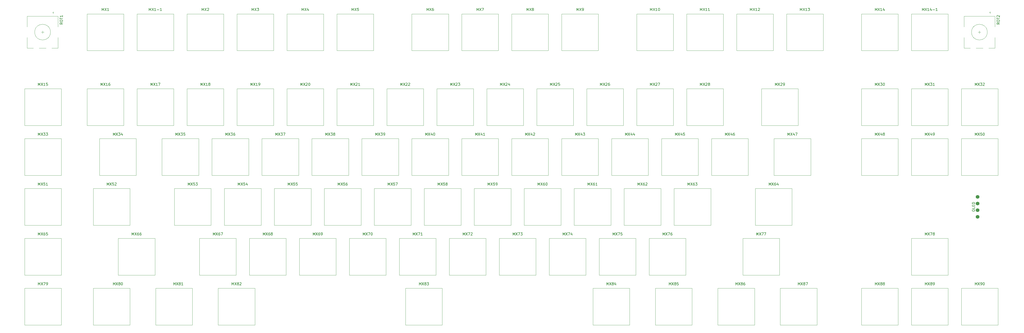
<source format=gto>
%TF.GenerationSoftware,KiCad,Pcbnew,(6.0.0)*%
%TF.CreationDate,2022-02-20T21:11:03-05:00*%
%TF.ProjectId,keyboard0,6b657962-6f61-4726-9430-2e6b69636164,rev?*%
%TF.SameCoordinates,Original*%
%TF.FileFunction,Legend,Top*%
%TF.FilePolarity,Positive*%
%FSLAX46Y46*%
G04 Gerber Fmt 4.6, Leading zero omitted, Abs format (unit mm)*
G04 Created by KiCad (PCBNEW (6.0.0)) date 2022-02-20 21:11:03*
%MOMM*%
%LPD*%
G01*
G04 APERTURE LIST*
%ADD10C,0.150000*%
%ADD11C,0.120000*%
%ADD12C,1.397000*%
%ADD13C,3.987800*%
%ADD14C,4.000000*%
%ADD15C,3.050000*%
%ADD16C,1.750000*%
%ADD17C,2.000000*%
%ADD18R,2.000000X3.200000*%
%ADD19R,2.000000X2.000000*%
%ADD20C,1.000000*%
%ADD21R,1.700000X1.700000*%
%ADD22O,1.700000X1.700000*%
%ADD23O,1.000000X1.600000*%
%ADD24O,1.000000X2.100000*%
%ADD25C,0.650000*%
G04 APERTURE END LIST*
D10*
%TO.C,MX83*%
X173645795Y-194183380D02*
X173645795Y-193183380D01*
X173979128Y-193897666D01*
X174312461Y-193183380D01*
X174312461Y-194183380D01*
X174693414Y-193183380D02*
X175360080Y-194183380D01*
X175360080Y-193183380D02*
X174693414Y-194183380D01*
X175883890Y-193611952D02*
X175788652Y-193564333D01*
X175741033Y-193516714D01*
X175693414Y-193421476D01*
X175693414Y-193373857D01*
X175741033Y-193278619D01*
X175788652Y-193231000D01*
X175883890Y-193183380D01*
X176074366Y-193183380D01*
X176169604Y-193231000D01*
X176217223Y-193278619D01*
X176264842Y-193373857D01*
X176264842Y-193421476D01*
X176217223Y-193516714D01*
X176169604Y-193564333D01*
X176074366Y-193611952D01*
X175883890Y-193611952D01*
X175788652Y-193659571D01*
X175741033Y-193707190D01*
X175693414Y-193802428D01*
X175693414Y-193992904D01*
X175741033Y-194088142D01*
X175788652Y-194135761D01*
X175883890Y-194183380D01*
X176074366Y-194183380D01*
X176169604Y-194135761D01*
X176217223Y-194088142D01*
X176264842Y-193992904D01*
X176264842Y-193802428D01*
X176217223Y-193707190D01*
X176169604Y-193659571D01*
X176074366Y-193611952D01*
X176598176Y-193183380D02*
X177217223Y-193183380D01*
X176883890Y-193564333D01*
X177026747Y-193564333D01*
X177121985Y-193611952D01*
X177169604Y-193659571D01*
X177217223Y-193754809D01*
X177217223Y-193992904D01*
X177169604Y-194088142D01*
X177121985Y-194135761D01*
X177026747Y-194183380D01*
X176741033Y-194183380D01*
X176645795Y-194135761D01*
X176598176Y-194088142D01*
%TO.C,MX64*%
X306987395Y-156085780D02*
X306987395Y-155085780D01*
X307320728Y-155800066D01*
X307654061Y-155085780D01*
X307654061Y-156085780D01*
X308035014Y-155085780D02*
X308701680Y-156085780D01*
X308701680Y-155085780D02*
X308035014Y-156085780D01*
X309511204Y-155085780D02*
X309320728Y-155085780D01*
X309225490Y-155133400D01*
X309177871Y-155181019D01*
X309082633Y-155323876D01*
X309035014Y-155514352D01*
X309035014Y-155895304D01*
X309082633Y-155990542D01*
X309130252Y-156038161D01*
X309225490Y-156085780D01*
X309415966Y-156085780D01*
X309511204Y-156038161D01*
X309558823Y-155990542D01*
X309606442Y-155895304D01*
X309606442Y-155657209D01*
X309558823Y-155561971D01*
X309511204Y-155514352D01*
X309415966Y-155466733D01*
X309225490Y-155466733D01*
X309130252Y-155514352D01*
X309082633Y-155561971D01*
X309035014Y-155657209D01*
X310463585Y-155419114D02*
X310463585Y-156085780D01*
X310225490Y-155038161D02*
X309987395Y-155752447D01*
X310606442Y-155752447D01*
%TO.C,MX14-1*%
X365419657Y-89414980D02*
X365419657Y-88414980D01*
X365752990Y-89129266D01*
X366086323Y-88414980D01*
X366086323Y-89414980D01*
X366467276Y-88414980D02*
X367133942Y-89414980D01*
X367133942Y-88414980D02*
X366467276Y-89414980D01*
X368038704Y-89414980D02*
X367467276Y-89414980D01*
X367752990Y-89414980D02*
X367752990Y-88414980D01*
X367657752Y-88557838D01*
X367562514Y-88653076D01*
X367467276Y-88700695D01*
X368895847Y-88748314D02*
X368895847Y-89414980D01*
X368657752Y-88367361D02*
X368419657Y-89081647D01*
X369038704Y-89081647D01*
X369419657Y-89034028D02*
X370181561Y-89034028D01*
X371181561Y-89414980D02*
X370610133Y-89414980D01*
X370895847Y-89414980D02*
X370895847Y-88414980D01*
X370800609Y-88557838D01*
X370705371Y-88653076D01*
X370610133Y-88700695D01*
%TO.C,MX1-1*%
X70639447Y-89414980D02*
X70639447Y-88414980D01*
X70972780Y-89129266D01*
X71306114Y-88414980D01*
X71306114Y-89414980D01*
X71687066Y-88414980D02*
X72353733Y-89414980D01*
X72353733Y-88414980D02*
X71687066Y-89414980D01*
X73258495Y-89414980D02*
X72687066Y-89414980D01*
X72972780Y-89414980D02*
X72972780Y-88414980D01*
X72877542Y-88557838D01*
X72782304Y-88653076D01*
X72687066Y-88700695D01*
X73687066Y-89034028D02*
X74448971Y-89034028D01*
X75448971Y-89414980D02*
X74877542Y-89414980D01*
X75163257Y-89414980D02*
X75163257Y-88414980D01*
X75068019Y-88557838D01*
X74972780Y-88653076D01*
X74877542Y-88700695D01*
%TO.C,MX84*%
X245078795Y-194183380D02*
X245078795Y-193183380D01*
X245412128Y-193897666D01*
X245745461Y-193183380D01*
X245745461Y-194183380D01*
X246126414Y-193183380D02*
X246793080Y-194183380D01*
X246793080Y-193183380D02*
X246126414Y-194183380D01*
X247316890Y-193611952D02*
X247221652Y-193564333D01*
X247174033Y-193516714D01*
X247126414Y-193421476D01*
X247126414Y-193373857D01*
X247174033Y-193278619D01*
X247221652Y-193231000D01*
X247316890Y-193183380D01*
X247507366Y-193183380D01*
X247602604Y-193231000D01*
X247650223Y-193278619D01*
X247697842Y-193373857D01*
X247697842Y-193421476D01*
X247650223Y-193516714D01*
X247602604Y-193564333D01*
X247507366Y-193611952D01*
X247316890Y-193611952D01*
X247221652Y-193659571D01*
X247174033Y-193707190D01*
X247126414Y-193802428D01*
X247126414Y-193992904D01*
X247174033Y-194088142D01*
X247221652Y-194135761D01*
X247316890Y-194183380D01*
X247507366Y-194183380D01*
X247602604Y-194135761D01*
X247650223Y-194088142D01*
X247697842Y-193992904D01*
X247697842Y-193802428D01*
X247650223Y-193707190D01*
X247602604Y-193659571D01*
X247507366Y-193611952D01*
X248554985Y-193516714D02*
X248554985Y-194183380D01*
X248316890Y-193135761D02*
X248078795Y-193850047D01*
X248697842Y-193850047D01*
%TO.C,MX85*%
X268889795Y-194183380D02*
X268889795Y-193183380D01*
X269223128Y-193897666D01*
X269556461Y-193183380D01*
X269556461Y-194183380D01*
X269937414Y-193183380D02*
X270604080Y-194183380D01*
X270604080Y-193183380D02*
X269937414Y-194183380D01*
X271127890Y-193611952D02*
X271032652Y-193564333D01*
X270985033Y-193516714D01*
X270937414Y-193421476D01*
X270937414Y-193373857D01*
X270985033Y-193278619D01*
X271032652Y-193231000D01*
X271127890Y-193183380D01*
X271318366Y-193183380D01*
X271413604Y-193231000D01*
X271461223Y-193278619D01*
X271508842Y-193373857D01*
X271508842Y-193421476D01*
X271461223Y-193516714D01*
X271413604Y-193564333D01*
X271318366Y-193611952D01*
X271127890Y-193611952D01*
X271032652Y-193659571D01*
X270985033Y-193707190D01*
X270937414Y-193802428D01*
X270937414Y-193992904D01*
X270985033Y-194088142D01*
X271032652Y-194135761D01*
X271127890Y-194183380D01*
X271318366Y-194183380D01*
X271413604Y-194135761D01*
X271461223Y-194088142D01*
X271508842Y-193992904D01*
X271508842Y-193802428D01*
X271461223Y-193707190D01*
X271413604Y-193659571D01*
X271318366Y-193611952D01*
X272413604Y-193183380D02*
X271937414Y-193183380D01*
X271889795Y-193659571D01*
X271937414Y-193611952D01*
X272032652Y-193564333D01*
X272270747Y-193564333D01*
X272365985Y-193611952D01*
X272413604Y-193659571D01*
X272461223Y-193754809D01*
X272461223Y-193992904D01*
X272413604Y-194088142D01*
X272365985Y-194135761D01*
X272270747Y-194183380D01*
X272032652Y-194183380D01*
X271937414Y-194135761D01*
X271889795Y-194088142D01*
%TO.C,MX52*%
X54590795Y-156085780D02*
X54590795Y-155085780D01*
X54924128Y-155800066D01*
X55257461Y-155085780D01*
X55257461Y-156085780D01*
X55638414Y-155085780D02*
X56305080Y-156085780D01*
X56305080Y-155085780D02*
X55638414Y-156085780D01*
X57162223Y-155085780D02*
X56686033Y-155085780D01*
X56638414Y-155561971D01*
X56686033Y-155514352D01*
X56781271Y-155466733D01*
X57019366Y-155466733D01*
X57114604Y-155514352D01*
X57162223Y-155561971D01*
X57209842Y-155657209D01*
X57209842Y-155895304D01*
X57162223Y-155990542D01*
X57114604Y-156038161D01*
X57019366Y-156085780D01*
X56781271Y-156085780D01*
X56686033Y-156038161D01*
X56638414Y-155990542D01*
X57590795Y-155181019D02*
X57638414Y-155133400D01*
X57733652Y-155085780D01*
X57971747Y-155085780D01*
X58066985Y-155133400D01*
X58114604Y-155181019D01*
X58162223Y-155276257D01*
X58162223Y-155371495D01*
X58114604Y-155514352D01*
X57543176Y-156085780D01*
X58162223Y-156085780D01*
%TO.C,MX2*%
X90783485Y-89414980D02*
X90783485Y-88414980D01*
X91116819Y-89129266D01*
X91450152Y-88414980D01*
X91450152Y-89414980D01*
X91831104Y-88414980D02*
X92497771Y-89414980D01*
X92497771Y-88414980D02*
X91831104Y-89414980D01*
X92831104Y-88510219D02*
X92878723Y-88462600D01*
X92973961Y-88414980D01*
X93212057Y-88414980D01*
X93307295Y-88462600D01*
X93354914Y-88510219D01*
X93402533Y-88605457D01*
X93402533Y-88700695D01*
X93354914Y-88843552D01*
X92783485Y-89414980D01*
X93402533Y-89414980D01*
%TO.C,MX15*%
X28398695Y-117988180D02*
X28398695Y-116988180D01*
X28732028Y-117702466D01*
X29065361Y-116988180D01*
X29065361Y-117988180D01*
X29446314Y-116988180D02*
X30112980Y-117988180D01*
X30112980Y-116988180D02*
X29446314Y-117988180D01*
X31017742Y-117988180D02*
X30446314Y-117988180D01*
X30732028Y-117988180D02*
X30732028Y-116988180D01*
X30636790Y-117131038D01*
X30541552Y-117226276D01*
X30446314Y-117273895D01*
X31922504Y-116988180D02*
X31446314Y-116988180D01*
X31398695Y-117464371D01*
X31446314Y-117416752D01*
X31541552Y-117369133D01*
X31779647Y-117369133D01*
X31874885Y-117416752D01*
X31922504Y-117464371D01*
X31970123Y-117559609D01*
X31970123Y-117797704D01*
X31922504Y-117892942D01*
X31874885Y-117940561D01*
X31779647Y-117988180D01*
X31541552Y-117988180D01*
X31446314Y-117940561D01*
X31398695Y-117892942D01*
%TO.C,MX33*%
X28398695Y-137036980D02*
X28398695Y-136036980D01*
X28732028Y-136751266D01*
X29065361Y-136036980D01*
X29065361Y-137036980D01*
X29446314Y-136036980D02*
X30112980Y-137036980D01*
X30112980Y-136036980D02*
X29446314Y-137036980D01*
X30398695Y-136036980D02*
X31017742Y-136036980D01*
X30684409Y-136417933D01*
X30827266Y-136417933D01*
X30922504Y-136465552D01*
X30970123Y-136513171D01*
X31017742Y-136608409D01*
X31017742Y-136846504D01*
X30970123Y-136941742D01*
X30922504Y-136989361D01*
X30827266Y-137036980D01*
X30541552Y-137036980D01*
X30446314Y-136989361D01*
X30398695Y-136941742D01*
X31351076Y-136036980D02*
X31970123Y-136036980D01*
X31636790Y-136417933D01*
X31779647Y-136417933D01*
X31874885Y-136465552D01*
X31922504Y-136513171D01*
X31970123Y-136608409D01*
X31970123Y-136846504D01*
X31922504Y-136941742D01*
X31874885Y-136989361D01*
X31779647Y-137036980D01*
X31493933Y-137036980D01*
X31398695Y-136989361D01*
X31351076Y-136941742D01*
%TO.C,MX51*%
X28398695Y-156085780D02*
X28398695Y-155085780D01*
X28732028Y-155800066D01*
X29065361Y-155085780D01*
X29065361Y-156085780D01*
X29446314Y-155085780D02*
X30112980Y-156085780D01*
X30112980Y-155085780D02*
X29446314Y-156085780D01*
X30970123Y-155085780D02*
X30493933Y-155085780D01*
X30446314Y-155561971D01*
X30493933Y-155514352D01*
X30589171Y-155466733D01*
X30827266Y-155466733D01*
X30922504Y-155514352D01*
X30970123Y-155561971D01*
X31017742Y-155657209D01*
X31017742Y-155895304D01*
X30970123Y-155990542D01*
X30922504Y-156038161D01*
X30827266Y-156085780D01*
X30589171Y-156085780D01*
X30493933Y-156038161D01*
X30446314Y-155990542D01*
X31970123Y-156085780D02*
X31398695Y-156085780D01*
X31684409Y-156085780D02*
X31684409Y-155085780D01*
X31589171Y-155228638D01*
X31493933Y-155323876D01*
X31398695Y-155371495D01*
%TO.C,MX65*%
X28398695Y-175134580D02*
X28398695Y-174134580D01*
X28732028Y-174848866D01*
X29065361Y-174134580D01*
X29065361Y-175134580D01*
X29446314Y-174134580D02*
X30112980Y-175134580D01*
X30112980Y-174134580D02*
X29446314Y-175134580D01*
X30922504Y-174134580D02*
X30732028Y-174134580D01*
X30636790Y-174182200D01*
X30589171Y-174229819D01*
X30493933Y-174372676D01*
X30446314Y-174563152D01*
X30446314Y-174944104D01*
X30493933Y-175039342D01*
X30541552Y-175086961D01*
X30636790Y-175134580D01*
X30827266Y-175134580D01*
X30922504Y-175086961D01*
X30970123Y-175039342D01*
X31017742Y-174944104D01*
X31017742Y-174706009D01*
X30970123Y-174610771D01*
X30922504Y-174563152D01*
X30827266Y-174515533D01*
X30636790Y-174515533D01*
X30541552Y-174563152D01*
X30493933Y-174610771D01*
X30446314Y-174706009D01*
X31922504Y-174134580D02*
X31446314Y-174134580D01*
X31398695Y-174610771D01*
X31446314Y-174563152D01*
X31541552Y-174515533D01*
X31779647Y-174515533D01*
X31874885Y-174563152D01*
X31922504Y-174610771D01*
X31970123Y-174706009D01*
X31970123Y-174944104D01*
X31922504Y-175039342D01*
X31874885Y-175086961D01*
X31779647Y-175134580D01*
X31541552Y-175134580D01*
X31446314Y-175086961D01*
X31398695Y-175039342D01*
%TO.C,MX1*%
X52685885Y-89414980D02*
X52685885Y-88414980D01*
X53019219Y-89129266D01*
X53352552Y-88414980D01*
X53352552Y-89414980D01*
X53733504Y-88414980D02*
X54400171Y-89414980D01*
X54400171Y-88414980D02*
X53733504Y-89414980D01*
X55304933Y-89414980D02*
X54733504Y-89414980D01*
X55019219Y-89414980D02*
X55019219Y-88414980D01*
X54923980Y-88557838D01*
X54828742Y-88653076D01*
X54733504Y-88700695D01*
%TO.C,MX16*%
X52209695Y-117988180D02*
X52209695Y-116988180D01*
X52543028Y-117702466D01*
X52876361Y-116988180D01*
X52876361Y-117988180D01*
X53257314Y-116988180D02*
X53923980Y-117988180D01*
X53923980Y-116988180D02*
X53257314Y-117988180D01*
X54828742Y-117988180D02*
X54257314Y-117988180D01*
X54543028Y-117988180D02*
X54543028Y-116988180D01*
X54447790Y-117131038D01*
X54352552Y-117226276D01*
X54257314Y-117273895D01*
X55685885Y-116988180D02*
X55495409Y-116988180D01*
X55400171Y-117035800D01*
X55352552Y-117083419D01*
X55257314Y-117226276D01*
X55209695Y-117416752D01*
X55209695Y-117797704D01*
X55257314Y-117892942D01*
X55304933Y-117940561D01*
X55400171Y-117988180D01*
X55590647Y-117988180D01*
X55685885Y-117940561D01*
X55733504Y-117892942D01*
X55781123Y-117797704D01*
X55781123Y-117559609D01*
X55733504Y-117464371D01*
X55685885Y-117416752D01*
X55590647Y-117369133D01*
X55400171Y-117369133D01*
X55304933Y-117416752D01*
X55257314Y-117464371D01*
X55209695Y-117559609D01*
%TO.C,MX34*%
X56971895Y-137036980D02*
X56971895Y-136036980D01*
X57305228Y-136751266D01*
X57638561Y-136036980D01*
X57638561Y-137036980D01*
X58019514Y-136036980D02*
X58686180Y-137036980D01*
X58686180Y-136036980D02*
X58019514Y-137036980D01*
X58971895Y-136036980D02*
X59590942Y-136036980D01*
X59257609Y-136417933D01*
X59400466Y-136417933D01*
X59495704Y-136465552D01*
X59543323Y-136513171D01*
X59590942Y-136608409D01*
X59590942Y-136846504D01*
X59543323Y-136941742D01*
X59495704Y-136989361D01*
X59400466Y-137036980D01*
X59114752Y-137036980D01*
X59019514Y-136989361D01*
X58971895Y-136941742D01*
X60448085Y-136370314D02*
X60448085Y-137036980D01*
X60209990Y-135989361D02*
X59971895Y-136703647D01*
X60590942Y-136703647D01*
%TO.C,MX79*%
X28398695Y-194183380D02*
X28398695Y-193183380D01*
X28732028Y-193897666D01*
X29065361Y-193183380D01*
X29065361Y-194183380D01*
X29446314Y-193183380D02*
X30112980Y-194183380D01*
X30112980Y-193183380D02*
X29446314Y-194183380D01*
X30398695Y-193183380D02*
X31065361Y-193183380D01*
X30636790Y-194183380D01*
X31493933Y-194183380D02*
X31684409Y-194183380D01*
X31779647Y-194135761D01*
X31827266Y-194088142D01*
X31922504Y-193945285D01*
X31970123Y-193754809D01*
X31970123Y-193373857D01*
X31922504Y-193278619D01*
X31874885Y-193231000D01*
X31779647Y-193183380D01*
X31589171Y-193183380D01*
X31493933Y-193231000D01*
X31446314Y-193278619D01*
X31398695Y-193373857D01*
X31398695Y-193611952D01*
X31446314Y-193707190D01*
X31493933Y-193754809D01*
X31589171Y-193802428D01*
X31779647Y-193802428D01*
X31874885Y-193754809D01*
X31922504Y-193707190D01*
X31970123Y-193611952D01*
%TO.C,MX18*%
X90307295Y-117988180D02*
X90307295Y-116988180D01*
X90640628Y-117702466D01*
X90973961Y-116988180D01*
X90973961Y-117988180D01*
X91354914Y-116988180D02*
X92021580Y-117988180D01*
X92021580Y-116988180D02*
X91354914Y-117988180D01*
X92926342Y-117988180D02*
X92354914Y-117988180D01*
X92640628Y-117988180D02*
X92640628Y-116988180D01*
X92545390Y-117131038D01*
X92450152Y-117226276D01*
X92354914Y-117273895D01*
X93497771Y-117416752D02*
X93402533Y-117369133D01*
X93354914Y-117321514D01*
X93307295Y-117226276D01*
X93307295Y-117178657D01*
X93354914Y-117083419D01*
X93402533Y-117035800D01*
X93497771Y-116988180D01*
X93688247Y-116988180D01*
X93783485Y-117035800D01*
X93831104Y-117083419D01*
X93878723Y-117178657D01*
X93878723Y-117226276D01*
X93831104Y-117321514D01*
X93783485Y-117369133D01*
X93688247Y-117416752D01*
X93497771Y-117416752D01*
X93402533Y-117464371D01*
X93354914Y-117511990D01*
X93307295Y-117607228D01*
X93307295Y-117797704D01*
X93354914Y-117892942D01*
X93402533Y-117940561D01*
X93497771Y-117988180D01*
X93688247Y-117988180D01*
X93783485Y-117940561D01*
X93831104Y-117892942D01*
X93878723Y-117797704D01*
X93878723Y-117607228D01*
X93831104Y-117511990D01*
X93783485Y-117464371D01*
X93688247Y-117416752D01*
%TO.C,MX36*%
X99831695Y-137036980D02*
X99831695Y-136036980D01*
X100165028Y-136751266D01*
X100498361Y-136036980D01*
X100498361Y-137036980D01*
X100879314Y-136036980D02*
X101545980Y-137036980D01*
X101545980Y-136036980D02*
X100879314Y-137036980D01*
X101831695Y-136036980D02*
X102450742Y-136036980D01*
X102117409Y-136417933D01*
X102260266Y-136417933D01*
X102355504Y-136465552D01*
X102403123Y-136513171D01*
X102450742Y-136608409D01*
X102450742Y-136846504D01*
X102403123Y-136941742D01*
X102355504Y-136989361D01*
X102260266Y-137036980D01*
X101974552Y-137036980D01*
X101879314Y-136989361D01*
X101831695Y-136941742D01*
X103307885Y-136036980D02*
X103117409Y-136036980D01*
X103022171Y-136084600D01*
X102974552Y-136132219D01*
X102879314Y-136275076D01*
X102831695Y-136465552D01*
X102831695Y-136846504D01*
X102879314Y-136941742D01*
X102926933Y-136989361D01*
X103022171Y-137036980D01*
X103212647Y-137036980D01*
X103307885Y-136989361D01*
X103355504Y-136941742D01*
X103403123Y-136846504D01*
X103403123Y-136608409D01*
X103355504Y-136513171D01*
X103307885Y-136465552D01*
X103212647Y-136417933D01*
X103022171Y-136417933D01*
X102926933Y-136465552D01*
X102879314Y-136513171D01*
X102831695Y-136608409D01*
%TO.C,MX54*%
X104593895Y-156085780D02*
X104593895Y-155085780D01*
X104927228Y-155800066D01*
X105260561Y-155085780D01*
X105260561Y-156085780D01*
X105641514Y-155085780D02*
X106308180Y-156085780D01*
X106308180Y-155085780D02*
X105641514Y-156085780D01*
X107165323Y-155085780D02*
X106689133Y-155085780D01*
X106641514Y-155561971D01*
X106689133Y-155514352D01*
X106784371Y-155466733D01*
X107022466Y-155466733D01*
X107117704Y-155514352D01*
X107165323Y-155561971D01*
X107212942Y-155657209D01*
X107212942Y-155895304D01*
X107165323Y-155990542D01*
X107117704Y-156038161D01*
X107022466Y-156085780D01*
X106784371Y-156085780D01*
X106689133Y-156038161D01*
X106641514Y-155990542D01*
X108070085Y-155419114D02*
X108070085Y-156085780D01*
X107831990Y-155038161D02*
X107593895Y-155752447D01*
X108212942Y-155752447D01*
%TO.C,MX67*%
X95069495Y-175134580D02*
X95069495Y-174134580D01*
X95402828Y-174848866D01*
X95736161Y-174134580D01*
X95736161Y-175134580D01*
X96117114Y-174134580D02*
X96783780Y-175134580D01*
X96783780Y-174134580D02*
X96117114Y-175134580D01*
X97593304Y-174134580D02*
X97402828Y-174134580D01*
X97307590Y-174182200D01*
X97259971Y-174229819D01*
X97164733Y-174372676D01*
X97117114Y-174563152D01*
X97117114Y-174944104D01*
X97164733Y-175039342D01*
X97212352Y-175086961D01*
X97307590Y-175134580D01*
X97498066Y-175134580D01*
X97593304Y-175086961D01*
X97640923Y-175039342D01*
X97688542Y-174944104D01*
X97688542Y-174706009D01*
X97640923Y-174610771D01*
X97593304Y-174563152D01*
X97498066Y-174515533D01*
X97307590Y-174515533D01*
X97212352Y-174563152D01*
X97164733Y-174610771D01*
X97117114Y-174706009D01*
X98021876Y-174134580D02*
X98688542Y-174134580D01*
X98259971Y-175134580D01*
%TO.C,MX82*%
X102212795Y-194183380D02*
X102212795Y-193183380D01*
X102546128Y-193897666D01*
X102879461Y-193183380D01*
X102879461Y-194183380D01*
X103260414Y-193183380D02*
X103927080Y-194183380D01*
X103927080Y-193183380D02*
X103260414Y-194183380D01*
X104450890Y-193611952D02*
X104355652Y-193564333D01*
X104308033Y-193516714D01*
X104260414Y-193421476D01*
X104260414Y-193373857D01*
X104308033Y-193278619D01*
X104355652Y-193231000D01*
X104450890Y-193183380D01*
X104641366Y-193183380D01*
X104736604Y-193231000D01*
X104784223Y-193278619D01*
X104831842Y-193373857D01*
X104831842Y-193421476D01*
X104784223Y-193516714D01*
X104736604Y-193564333D01*
X104641366Y-193611952D01*
X104450890Y-193611952D01*
X104355652Y-193659571D01*
X104308033Y-193707190D01*
X104260414Y-193802428D01*
X104260414Y-193992904D01*
X104308033Y-194088142D01*
X104355652Y-194135761D01*
X104450890Y-194183380D01*
X104641366Y-194183380D01*
X104736604Y-194135761D01*
X104784223Y-194088142D01*
X104831842Y-193992904D01*
X104831842Y-193802428D01*
X104784223Y-193707190D01*
X104736604Y-193659571D01*
X104641366Y-193611952D01*
X105212795Y-193278619D02*
X105260414Y-193231000D01*
X105355652Y-193183380D01*
X105593747Y-193183380D01*
X105688985Y-193231000D01*
X105736604Y-193278619D01*
X105784223Y-193373857D01*
X105784223Y-193469095D01*
X105736604Y-193611952D01*
X105165176Y-194183380D01*
X105784223Y-194183380D01*
%TO.C,MX17*%
X71258495Y-117988180D02*
X71258495Y-116988180D01*
X71591828Y-117702466D01*
X71925161Y-116988180D01*
X71925161Y-117988180D01*
X72306114Y-116988180D02*
X72972780Y-117988180D01*
X72972780Y-116988180D02*
X72306114Y-117988180D01*
X73877542Y-117988180D02*
X73306114Y-117988180D01*
X73591828Y-117988180D02*
X73591828Y-116988180D01*
X73496590Y-117131038D01*
X73401352Y-117226276D01*
X73306114Y-117273895D01*
X74210876Y-116988180D02*
X74877542Y-116988180D01*
X74448971Y-117988180D01*
%TO.C,MX35*%
X80782895Y-137036980D02*
X80782895Y-136036980D01*
X81116228Y-136751266D01*
X81449561Y-136036980D01*
X81449561Y-137036980D01*
X81830514Y-136036980D02*
X82497180Y-137036980D01*
X82497180Y-136036980D02*
X81830514Y-137036980D01*
X82782895Y-136036980D02*
X83401942Y-136036980D01*
X83068609Y-136417933D01*
X83211466Y-136417933D01*
X83306704Y-136465552D01*
X83354323Y-136513171D01*
X83401942Y-136608409D01*
X83401942Y-136846504D01*
X83354323Y-136941742D01*
X83306704Y-136989361D01*
X83211466Y-137036980D01*
X82925752Y-137036980D01*
X82830514Y-136989361D01*
X82782895Y-136941742D01*
X84306704Y-136036980D02*
X83830514Y-136036980D01*
X83782895Y-136513171D01*
X83830514Y-136465552D01*
X83925752Y-136417933D01*
X84163847Y-136417933D01*
X84259085Y-136465552D01*
X84306704Y-136513171D01*
X84354323Y-136608409D01*
X84354323Y-136846504D01*
X84306704Y-136941742D01*
X84259085Y-136989361D01*
X84163847Y-137036980D01*
X83925752Y-137036980D01*
X83830514Y-136989361D01*
X83782895Y-136941742D01*
%TO.C,MX53*%
X85486795Y-156085780D02*
X85486795Y-155085780D01*
X85820128Y-155800066D01*
X86153461Y-155085780D01*
X86153461Y-156085780D01*
X86534414Y-155085780D02*
X87201080Y-156085780D01*
X87201080Y-155085780D02*
X86534414Y-156085780D01*
X88058223Y-155085780D02*
X87582033Y-155085780D01*
X87534414Y-155561971D01*
X87582033Y-155514352D01*
X87677271Y-155466733D01*
X87915366Y-155466733D01*
X88010604Y-155514352D01*
X88058223Y-155561971D01*
X88105842Y-155657209D01*
X88105842Y-155895304D01*
X88058223Y-155990542D01*
X88010604Y-156038161D01*
X87915366Y-156085780D01*
X87677271Y-156085780D01*
X87582033Y-156038161D01*
X87534414Y-155990542D01*
X88439176Y-155085780D02*
X89058223Y-155085780D01*
X88724890Y-155466733D01*
X88867747Y-155466733D01*
X88962985Y-155514352D01*
X89010604Y-155561971D01*
X89058223Y-155657209D01*
X89058223Y-155895304D01*
X89010604Y-155990542D01*
X88962985Y-156038161D01*
X88867747Y-156085780D01*
X88582033Y-156085780D01*
X88486795Y-156038161D01*
X88439176Y-155990542D01*
%TO.C,MX66*%
X64115195Y-175134580D02*
X64115195Y-174134580D01*
X64448528Y-174848866D01*
X64781861Y-174134580D01*
X64781861Y-175134580D01*
X65162814Y-174134580D02*
X65829480Y-175134580D01*
X65829480Y-174134580D02*
X65162814Y-175134580D01*
X66639004Y-174134580D02*
X66448528Y-174134580D01*
X66353290Y-174182200D01*
X66305671Y-174229819D01*
X66210433Y-174372676D01*
X66162814Y-174563152D01*
X66162814Y-174944104D01*
X66210433Y-175039342D01*
X66258052Y-175086961D01*
X66353290Y-175134580D01*
X66543766Y-175134580D01*
X66639004Y-175086961D01*
X66686623Y-175039342D01*
X66734242Y-174944104D01*
X66734242Y-174706009D01*
X66686623Y-174610771D01*
X66639004Y-174563152D01*
X66543766Y-174515533D01*
X66353290Y-174515533D01*
X66258052Y-174563152D01*
X66210433Y-174610771D01*
X66162814Y-174706009D01*
X67591385Y-174134580D02*
X67400909Y-174134580D01*
X67305671Y-174182200D01*
X67258052Y-174229819D01*
X67162814Y-174372676D01*
X67115195Y-174563152D01*
X67115195Y-174944104D01*
X67162814Y-175039342D01*
X67210433Y-175086961D01*
X67305671Y-175134580D01*
X67496147Y-175134580D01*
X67591385Y-175086961D01*
X67639004Y-175039342D01*
X67686623Y-174944104D01*
X67686623Y-174706009D01*
X67639004Y-174610771D01*
X67591385Y-174563152D01*
X67496147Y-174515533D01*
X67305671Y-174515533D01*
X67210433Y-174563152D01*
X67162814Y-174610771D01*
X67115195Y-174706009D01*
%TO.C,MX81*%
X79989195Y-194183380D02*
X79989195Y-193183380D01*
X80322528Y-193897666D01*
X80655861Y-193183380D01*
X80655861Y-194183380D01*
X81036814Y-193183380D02*
X81703480Y-194183380D01*
X81703480Y-193183380D02*
X81036814Y-194183380D01*
X82227290Y-193611952D02*
X82132052Y-193564333D01*
X82084433Y-193516714D01*
X82036814Y-193421476D01*
X82036814Y-193373857D01*
X82084433Y-193278619D01*
X82132052Y-193231000D01*
X82227290Y-193183380D01*
X82417766Y-193183380D01*
X82513004Y-193231000D01*
X82560623Y-193278619D01*
X82608242Y-193373857D01*
X82608242Y-193421476D01*
X82560623Y-193516714D01*
X82513004Y-193564333D01*
X82417766Y-193611952D01*
X82227290Y-193611952D01*
X82132052Y-193659571D01*
X82084433Y-193707190D01*
X82036814Y-193802428D01*
X82036814Y-193992904D01*
X82084433Y-194088142D01*
X82132052Y-194135761D01*
X82227290Y-194183380D01*
X82417766Y-194183380D01*
X82513004Y-194135761D01*
X82560623Y-194088142D01*
X82608242Y-193992904D01*
X82608242Y-193802428D01*
X82560623Y-193707190D01*
X82513004Y-193659571D01*
X82417766Y-193611952D01*
X83560623Y-194183380D02*
X82989195Y-194183380D01*
X83274909Y-194183380D02*
X83274909Y-193183380D01*
X83179671Y-193326238D01*
X83084433Y-193421476D01*
X82989195Y-193469095D01*
%TO.C,MX3*%
X109832285Y-89414980D02*
X109832285Y-88414980D01*
X110165619Y-89129266D01*
X110498952Y-88414980D01*
X110498952Y-89414980D01*
X110879904Y-88414980D02*
X111546571Y-89414980D01*
X111546571Y-88414980D02*
X110879904Y-89414980D01*
X111832285Y-88414980D02*
X112451333Y-88414980D01*
X112118000Y-88795933D01*
X112260857Y-88795933D01*
X112356095Y-88843552D01*
X112403714Y-88891171D01*
X112451333Y-88986409D01*
X112451333Y-89224504D01*
X112403714Y-89319742D01*
X112356095Y-89367361D01*
X112260857Y-89414980D01*
X111975142Y-89414980D01*
X111879904Y-89367361D01*
X111832285Y-89319742D01*
%TO.C,MX37*%
X118880495Y-137036980D02*
X118880495Y-136036980D01*
X119213828Y-136751266D01*
X119547161Y-136036980D01*
X119547161Y-137036980D01*
X119928114Y-136036980D02*
X120594780Y-137036980D01*
X120594780Y-136036980D02*
X119928114Y-137036980D01*
X120880495Y-136036980D02*
X121499542Y-136036980D01*
X121166209Y-136417933D01*
X121309066Y-136417933D01*
X121404304Y-136465552D01*
X121451923Y-136513171D01*
X121499542Y-136608409D01*
X121499542Y-136846504D01*
X121451923Y-136941742D01*
X121404304Y-136989361D01*
X121309066Y-137036980D01*
X121023352Y-137036980D01*
X120928114Y-136989361D01*
X120880495Y-136941742D01*
X121832876Y-136036980D02*
X122499542Y-136036980D01*
X122070971Y-137036980D01*
%TO.C,MX55*%
X123642695Y-156085780D02*
X123642695Y-155085780D01*
X123976028Y-155800066D01*
X124309361Y-155085780D01*
X124309361Y-156085780D01*
X124690314Y-155085780D02*
X125356980Y-156085780D01*
X125356980Y-155085780D02*
X124690314Y-156085780D01*
X126214123Y-155085780D02*
X125737933Y-155085780D01*
X125690314Y-155561971D01*
X125737933Y-155514352D01*
X125833171Y-155466733D01*
X126071266Y-155466733D01*
X126166504Y-155514352D01*
X126214123Y-155561971D01*
X126261742Y-155657209D01*
X126261742Y-155895304D01*
X126214123Y-155990542D01*
X126166504Y-156038161D01*
X126071266Y-156085780D01*
X125833171Y-156085780D01*
X125737933Y-156038161D01*
X125690314Y-155990542D01*
X127166504Y-155085780D02*
X126690314Y-155085780D01*
X126642695Y-155561971D01*
X126690314Y-155514352D01*
X126785552Y-155466733D01*
X127023647Y-155466733D01*
X127118885Y-155514352D01*
X127166504Y-155561971D01*
X127214123Y-155657209D01*
X127214123Y-155895304D01*
X127166504Y-155990542D01*
X127118885Y-156038161D01*
X127023647Y-156085780D01*
X126785552Y-156085780D01*
X126690314Y-156038161D01*
X126642695Y-155990542D01*
%TO.C,MX68*%
X114118295Y-175134580D02*
X114118295Y-174134580D01*
X114451628Y-174848866D01*
X114784961Y-174134580D01*
X114784961Y-175134580D01*
X115165914Y-174134580D02*
X115832580Y-175134580D01*
X115832580Y-174134580D02*
X115165914Y-175134580D01*
X116642104Y-174134580D02*
X116451628Y-174134580D01*
X116356390Y-174182200D01*
X116308771Y-174229819D01*
X116213533Y-174372676D01*
X116165914Y-174563152D01*
X116165914Y-174944104D01*
X116213533Y-175039342D01*
X116261152Y-175086961D01*
X116356390Y-175134580D01*
X116546866Y-175134580D01*
X116642104Y-175086961D01*
X116689723Y-175039342D01*
X116737342Y-174944104D01*
X116737342Y-174706009D01*
X116689723Y-174610771D01*
X116642104Y-174563152D01*
X116546866Y-174515533D01*
X116356390Y-174515533D01*
X116261152Y-174563152D01*
X116213533Y-174610771D01*
X116165914Y-174706009D01*
X117308771Y-174563152D02*
X117213533Y-174515533D01*
X117165914Y-174467914D01*
X117118295Y-174372676D01*
X117118295Y-174325057D01*
X117165914Y-174229819D01*
X117213533Y-174182200D01*
X117308771Y-174134580D01*
X117499247Y-174134580D01*
X117594485Y-174182200D01*
X117642104Y-174229819D01*
X117689723Y-174325057D01*
X117689723Y-174372676D01*
X117642104Y-174467914D01*
X117594485Y-174515533D01*
X117499247Y-174563152D01*
X117308771Y-174563152D01*
X117213533Y-174610771D01*
X117165914Y-174658390D01*
X117118295Y-174753628D01*
X117118295Y-174944104D01*
X117165914Y-175039342D01*
X117213533Y-175086961D01*
X117308771Y-175134580D01*
X117499247Y-175134580D01*
X117594485Y-175086961D01*
X117642104Y-175039342D01*
X117689723Y-174944104D01*
X117689723Y-174753628D01*
X117642104Y-174658390D01*
X117594485Y-174610771D01*
X117499247Y-174563152D01*
%TO.C,MX70*%
X152215895Y-175134580D02*
X152215895Y-174134580D01*
X152549228Y-174848866D01*
X152882561Y-174134580D01*
X152882561Y-175134580D01*
X153263514Y-174134580D02*
X153930180Y-175134580D01*
X153930180Y-174134580D02*
X153263514Y-175134580D01*
X154215895Y-174134580D02*
X154882561Y-174134580D01*
X154453990Y-175134580D01*
X155453990Y-174134580D02*
X155549228Y-174134580D01*
X155644466Y-174182200D01*
X155692085Y-174229819D01*
X155739704Y-174325057D01*
X155787323Y-174515533D01*
X155787323Y-174753628D01*
X155739704Y-174944104D01*
X155692085Y-175039342D01*
X155644466Y-175086961D01*
X155549228Y-175134580D01*
X155453990Y-175134580D01*
X155358752Y-175086961D01*
X155311133Y-175039342D01*
X155263514Y-174944104D01*
X155215895Y-174753628D01*
X155215895Y-174515533D01*
X155263514Y-174325057D01*
X155311133Y-174229819D01*
X155358752Y-174182200D01*
X155453990Y-174134580D01*
%TO.C,MX4*%
X128881085Y-89414980D02*
X128881085Y-88414980D01*
X129214419Y-89129266D01*
X129547752Y-88414980D01*
X129547752Y-89414980D01*
X129928704Y-88414980D02*
X130595371Y-89414980D01*
X130595371Y-88414980D02*
X129928704Y-89414980D01*
X131404895Y-88748314D02*
X131404895Y-89414980D01*
X131166800Y-88367361D02*
X130928704Y-89081647D01*
X131547752Y-89081647D01*
%TO.C,MX20*%
X128404895Y-117988180D02*
X128404895Y-116988180D01*
X128738228Y-117702466D01*
X129071561Y-116988180D01*
X129071561Y-117988180D01*
X129452514Y-116988180D02*
X130119180Y-117988180D01*
X130119180Y-116988180D02*
X129452514Y-117988180D01*
X130452514Y-117083419D02*
X130500133Y-117035800D01*
X130595371Y-116988180D01*
X130833466Y-116988180D01*
X130928704Y-117035800D01*
X130976323Y-117083419D01*
X131023942Y-117178657D01*
X131023942Y-117273895D01*
X130976323Y-117416752D01*
X130404895Y-117988180D01*
X131023942Y-117988180D01*
X131642990Y-116988180D02*
X131738228Y-116988180D01*
X131833466Y-117035800D01*
X131881085Y-117083419D01*
X131928704Y-117178657D01*
X131976323Y-117369133D01*
X131976323Y-117607228D01*
X131928704Y-117797704D01*
X131881085Y-117892942D01*
X131833466Y-117940561D01*
X131738228Y-117988180D01*
X131642990Y-117988180D01*
X131547752Y-117940561D01*
X131500133Y-117892942D01*
X131452514Y-117797704D01*
X131404895Y-117607228D01*
X131404895Y-117369133D01*
X131452514Y-117178657D01*
X131500133Y-117083419D01*
X131547752Y-117035800D01*
X131642990Y-116988180D01*
%TO.C,MX38*%
X137929295Y-137036980D02*
X137929295Y-136036980D01*
X138262628Y-136751266D01*
X138595961Y-136036980D01*
X138595961Y-137036980D01*
X138976914Y-136036980D02*
X139643580Y-137036980D01*
X139643580Y-136036980D02*
X138976914Y-137036980D01*
X139929295Y-136036980D02*
X140548342Y-136036980D01*
X140215009Y-136417933D01*
X140357866Y-136417933D01*
X140453104Y-136465552D01*
X140500723Y-136513171D01*
X140548342Y-136608409D01*
X140548342Y-136846504D01*
X140500723Y-136941742D01*
X140453104Y-136989361D01*
X140357866Y-137036980D01*
X140072152Y-137036980D01*
X139976914Y-136989361D01*
X139929295Y-136941742D01*
X141119771Y-136465552D02*
X141024533Y-136417933D01*
X140976914Y-136370314D01*
X140929295Y-136275076D01*
X140929295Y-136227457D01*
X140976914Y-136132219D01*
X141024533Y-136084600D01*
X141119771Y-136036980D01*
X141310247Y-136036980D01*
X141405485Y-136084600D01*
X141453104Y-136132219D01*
X141500723Y-136227457D01*
X141500723Y-136275076D01*
X141453104Y-136370314D01*
X141405485Y-136417933D01*
X141310247Y-136465552D01*
X141119771Y-136465552D01*
X141024533Y-136513171D01*
X140976914Y-136560790D01*
X140929295Y-136656028D01*
X140929295Y-136846504D01*
X140976914Y-136941742D01*
X141024533Y-136989361D01*
X141119771Y-137036980D01*
X141310247Y-137036980D01*
X141405485Y-136989361D01*
X141453104Y-136941742D01*
X141500723Y-136846504D01*
X141500723Y-136656028D01*
X141453104Y-136560790D01*
X141405485Y-136513171D01*
X141310247Y-136465552D01*
%TO.C,MX56*%
X142691495Y-156085780D02*
X142691495Y-155085780D01*
X143024828Y-155800066D01*
X143358161Y-155085780D01*
X143358161Y-156085780D01*
X143739114Y-155085780D02*
X144405780Y-156085780D01*
X144405780Y-155085780D02*
X143739114Y-156085780D01*
X145262923Y-155085780D02*
X144786733Y-155085780D01*
X144739114Y-155561971D01*
X144786733Y-155514352D01*
X144881971Y-155466733D01*
X145120066Y-155466733D01*
X145215304Y-155514352D01*
X145262923Y-155561971D01*
X145310542Y-155657209D01*
X145310542Y-155895304D01*
X145262923Y-155990542D01*
X145215304Y-156038161D01*
X145120066Y-156085780D01*
X144881971Y-156085780D01*
X144786733Y-156038161D01*
X144739114Y-155990542D01*
X146167685Y-155085780D02*
X145977209Y-155085780D01*
X145881971Y-155133400D01*
X145834352Y-155181019D01*
X145739114Y-155323876D01*
X145691495Y-155514352D01*
X145691495Y-155895304D01*
X145739114Y-155990542D01*
X145786733Y-156038161D01*
X145881971Y-156085780D01*
X146072447Y-156085780D01*
X146167685Y-156038161D01*
X146215304Y-155990542D01*
X146262923Y-155895304D01*
X146262923Y-155657209D01*
X146215304Y-155561971D01*
X146167685Y-155514352D01*
X146072447Y-155466733D01*
X145881971Y-155466733D01*
X145786733Y-155514352D01*
X145739114Y-155561971D01*
X145691495Y-155657209D01*
%TO.C,MX69*%
X133167095Y-175134580D02*
X133167095Y-174134580D01*
X133500428Y-174848866D01*
X133833761Y-174134580D01*
X133833761Y-175134580D01*
X134214714Y-174134580D02*
X134881380Y-175134580D01*
X134881380Y-174134580D02*
X134214714Y-175134580D01*
X135690904Y-174134580D02*
X135500428Y-174134580D01*
X135405190Y-174182200D01*
X135357571Y-174229819D01*
X135262333Y-174372676D01*
X135214714Y-174563152D01*
X135214714Y-174944104D01*
X135262333Y-175039342D01*
X135309952Y-175086961D01*
X135405190Y-175134580D01*
X135595666Y-175134580D01*
X135690904Y-175086961D01*
X135738523Y-175039342D01*
X135786142Y-174944104D01*
X135786142Y-174706009D01*
X135738523Y-174610771D01*
X135690904Y-174563152D01*
X135595666Y-174515533D01*
X135405190Y-174515533D01*
X135309952Y-174563152D01*
X135262333Y-174610771D01*
X135214714Y-174706009D01*
X136262333Y-175134580D02*
X136452809Y-175134580D01*
X136548047Y-175086961D01*
X136595666Y-175039342D01*
X136690904Y-174896485D01*
X136738523Y-174706009D01*
X136738523Y-174325057D01*
X136690904Y-174229819D01*
X136643285Y-174182200D01*
X136548047Y-174134580D01*
X136357571Y-174134580D01*
X136262333Y-174182200D01*
X136214714Y-174229819D01*
X136167095Y-174325057D01*
X136167095Y-174563152D01*
X136214714Y-174658390D01*
X136262333Y-174706009D01*
X136357571Y-174753628D01*
X136548047Y-174753628D01*
X136643285Y-174706009D01*
X136690904Y-174658390D01*
X136738523Y-174563152D01*
%TO.C,MX5*%
X147929885Y-89414980D02*
X147929885Y-88414980D01*
X148263219Y-89129266D01*
X148596552Y-88414980D01*
X148596552Y-89414980D01*
X148977504Y-88414980D02*
X149644171Y-89414980D01*
X149644171Y-88414980D02*
X148977504Y-89414980D01*
X150501314Y-88414980D02*
X150025123Y-88414980D01*
X149977504Y-88891171D01*
X150025123Y-88843552D01*
X150120361Y-88795933D01*
X150358457Y-88795933D01*
X150453695Y-88843552D01*
X150501314Y-88891171D01*
X150548933Y-88986409D01*
X150548933Y-89224504D01*
X150501314Y-89319742D01*
X150453695Y-89367361D01*
X150358457Y-89414980D01*
X150120361Y-89414980D01*
X150025123Y-89367361D01*
X149977504Y-89319742D01*
%TO.C,MX39*%
X156978095Y-137036980D02*
X156978095Y-136036980D01*
X157311428Y-136751266D01*
X157644761Y-136036980D01*
X157644761Y-137036980D01*
X158025714Y-136036980D02*
X158692380Y-137036980D01*
X158692380Y-136036980D02*
X158025714Y-137036980D01*
X158978095Y-136036980D02*
X159597142Y-136036980D01*
X159263809Y-136417933D01*
X159406666Y-136417933D01*
X159501904Y-136465552D01*
X159549523Y-136513171D01*
X159597142Y-136608409D01*
X159597142Y-136846504D01*
X159549523Y-136941742D01*
X159501904Y-136989361D01*
X159406666Y-137036980D01*
X159120952Y-137036980D01*
X159025714Y-136989361D01*
X158978095Y-136941742D01*
X160073333Y-137036980D02*
X160263809Y-137036980D01*
X160359047Y-136989361D01*
X160406666Y-136941742D01*
X160501904Y-136798885D01*
X160549523Y-136608409D01*
X160549523Y-136227457D01*
X160501904Y-136132219D01*
X160454285Y-136084600D01*
X160359047Y-136036980D01*
X160168571Y-136036980D01*
X160073333Y-136084600D01*
X160025714Y-136132219D01*
X159978095Y-136227457D01*
X159978095Y-136465552D01*
X160025714Y-136560790D01*
X160073333Y-136608409D01*
X160168571Y-136656028D01*
X160359047Y-136656028D01*
X160454285Y-136608409D01*
X160501904Y-136560790D01*
X160549523Y-136465552D01*
%TO.C,MX57*%
X161740295Y-156085780D02*
X161740295Y-155085780D01*
X162073628Y-155800066D01*
X162406961Y-155085780D01*
X162406961Y-156085780D01*
X162787914Y-155085780D02*
X163454580Y-156085780D01*
X163454580Y-155085780D02*
X162787914Y-156085780D01*
X164311723Y-155085780D02*
X163835533Y-155085780D01*
X163787914Y-155561971D01*
X163835533Y-155514352D01*
X163930771Y-155466733D01*
X164168866Y-155466733D01*
X164264104Y-155514352D01*
X164311723Y-155561971D01*
X164359342Y-155657209D01*
X164359342Y-155895304D01*
X164311723Y-155990542D01*
X164264104Y-156038161D01*
X164168866Y-156085780D01*
X163930771Y-156085780D01*
X163835533Y-156038161D01*
X163787914Y-155990542D01*
X164692676Y-155085780D02*
X165359342Y-155085780D01*
X164930771Y-156085780D01*
%TO.C,MX71*%
X171264695Y-175134580D02*
X171264695Y-174134580D01*
X171598028Y-174848866D01*
X171931361Y-174134580D01*
X171931361Y-175134580D01*
X172312314Y-174134580D02*
X172978980Y-175134580D01*
X172978980Y-174134580D02*
X172312314Y-175134580D01*
X173264695Y-174134580D02*
X173931361Y-174134580D01*
X173502790Y-175134580D01*
X174836123Y-175134580D02*
X174264695Y-175134580D01*
X174550409Y-175134580D02*
X174550409Y-174134580D01*
X174455171Y-174277438D01*
X174359933Y-174372676D01*
X174264695Y-174420295D01*
%TO.C,MX22*%
X166502495Y-117988180D02*
X166502495Y-116988180D01*
X166835828Y-117702466D01*
X167169161Y-116988180D01*
X167169161Y-117988180D01*
X167550114Y-116988180D02*
X168216780Y-117988180D01*
X168216780Y-116988180D02*
X167550114Y-117988180D01*
X168550114Y-117083419D02*
X168597733Y-117035800D01*
X168692971Y-116988180D01*
X168931066Y-116988180D01*
X169026304Y-117035800D01*
X169073923Y-117083419D01*
X169121542Y-117178657D01*
X169121542Y-117273895D01*
X169073923Y-117416752D01*
X168502495Y-117988180D01*
X169121542Y-117988180D01*
X169502495Y-117083419D02*
X169550114Y-117035800D01*
X169645352Y-116988180D01*
X169883447Y-116988180D01*
X169978685Y-117035800D01*
X170026304Y-117083419D01*
X170073923Y-117178657D01*
X170073923Y-117273895D01*
X170026304Y-117416752D01*
X169454876Y-117988180D01*
X170073923Y-117988180D01*
%TO.C,MX40*%
X176026895Y-137036980D02*
X176026895Y-136036980D01*
X176360228Y-136751266D01*
X176693561Y-136036980D01*
X176693561Y-137036980D01*
X177074514Y-136036980D02*
X177741180Y-137036980D01*
X177741180Y-136036980D02*
X177074514Y-137036980D01*
X178550704Y-136370314D02*
X178550704Y-137036980D01*
X178312609Y-135989361D02*
X178074514Y-136703647D01*
X178693561Y-136703647D01*
X179264990Y-136036980D02*
X179360228Y-136036980D01*
X179455466Y-136084600D01*
X179503085Y-136132219D01*
X179550704Y-136227457D01*
X179598323Y-136417933D01*
X179598323Y-136656028D01*
X179550704Y-136846504D01*
X179503085Y-136941742D01*
X179455466Y-136989361D01*
X179360228Y-137036980D01*
X179264990Y-137036980D01*
X179169752Y-136989361D01*
X179122133Y-136941742D01*
X179074514Y-136846504D01*
X179026895Y-136656028D01*
X179026895Y-136417933D01*
X179074514Y-136227457D01*
X179122133Y-136132219D01*
X179169752Y-136084600D01*
X179264990Y-136036980D01*
%TO.C,MX58*%
X180789095Y-156085780D02*
X180789095Y-155085780D01*
X181122428Y-155800066D01*
X181455761Y-155085780D01*
X181455761Y-156085780D01*
X181836714Y-155085780D02*
X182503380Y-156085780D01*
X182503380Y-155085780D02*
X181836714Y-156085780D01*
X183360523Y-155085780D02*
X182884333Y-155085780D01*
X182836714Y-155561971D01*
X182884333Y-155514352D01*
X182979571Y-155466733D01*
X183217666Y-155466733D01*
X183312904Y-155514352D01*
X183360523Y-155561971D01*
X183408142Y-155657209D01*
X183408142Y-155895304D01*
X183360523Y-155990542D01*
X183312904Y-156038161D01*
X183217666Y-156085780D01*
X182979571Y-156085780D01*
X182884333Y-156038161D01*
X182836714Y-155990542D01*
X183979571Y-155514352D02*
X183884333Y-155466733D01*
X183836714Y-155419114D01*
X183789095Y-155323876D01*
X183789095Y-155276257D01*
X183836714Y-155181019D01*
X183884333Y-155133400D01*
X183979571Y-155085780D01*
X184170047Y-155085780D01*
X184265285Y-155133400D01*
X184312904Y-155181019D01*
X184360523Y-155276257D01*
X184360523Y-155323876D01*
X184312904Y-155419114D01*
X184265285Y-155466733D01*
X184170047Y-155514352D01*
X183979571Y-155514352D01*
X183884333Y-155561971D01*
X183836714Y-155609590D01*
X183789095Y-155704828D01*
X183789095Y-155895304D01*
X183836714Y-155990542D01*
X183884333Y-156038161D01*
X183979571Y-156085780D01*
X184170047Y-156085780D01*
X184265285Y-156038161D01*
X184312904Y-155990542D01*
X184360523Y-155895304D01*
X184360523Y-155704828D01*
X184312904Y-155609590D01*
X184265285Y-155561971D01*
X184170047Y-155514352D01*
%TO.C,MX72*%
X190313495Y-175134580D02*
X190313495Y-174134580D01*
X190646828Y-174848866D01*
X190980161Y-174134580D01*
X190980161Y-175134580D01*
X191361114Y-174134580D02*
X192027780Y-175134580D01*
X192027780Y-174134580D02*
X191361114Y-175134580D01*
X192313495Y-174134580D02*
X192980161Y-174134580D01*
X192551590Y-175134580D01*
X193313495Y-174229819D02*
X193361114Y-174182200D01*
X193456352Y-174134580D01*
X193694447Y-174134580D01*
X193789685Y-174182200D01*
X193837304Y-174229819D01*
X193884923Y-174325057D01*
X193884923Y-174420295D01*
X193837304Y-174563152D01*
X193265876Y-175134580D01*
X193884923Y-175134580D01*
%TO.C,MX7*%
X195551885Y-89414980D02*
X195551885Y-88414980D01*
X195885219Y-89129266D01*
X196218552Y-88414980D01*
X196218552Y-89414980D01*
X196599504Y-88414980D02*
X197266171Y-89414980D01*
X197266171Y-88414980D02*
X196599504Y-89414980D01*
X197551885Y-88414980D02*
X198218552Y-88414980D01*
X197789980Y-89414980D01*
%TO.C,MX23*%
X185551295Y-117988180D02*
X185551295Y-116988180D01*
X185884628Y-117702466D01*
X186217961Y-116988180D01*
X186217961Y-117988180D01*
X186598914Y-116988180D02*
X187265580Y-117988180D01*
X187265580Y-116988180D02*
X186598914Y-117988180D01*
X187598914Y-117083419D02*
X187646533Y-117035800D01*
X187741771Y-116988180D01*
X187979866Y-116988180D01*
X188075104Y-117035800D01*
X188122723Y-117083419D01*
X188170342Y-117178657D01*
X188170342Y-117273895D01*
X188122723Y-117416752D01*
X187551295Y-117988180D01*
X188170342Y-117988180D01*
X188503676Y-116988180D02*
X189122723Y-116988180D01*
X188789390Y-117369133D01*
X188932247Y-117369133D01*
X189027485Y-117416752D01*
X189075104Y-117464371D01*
X189122723Y-117559609D01*
X189122723Y-117797704D01*
X189075104Y-117892942D01*
X189027485Y-117940561D01*
X188932247Y-117988180D01*
X188646533Y-117988180D01*
X188551295Y-117940561D01*
X188503676Y-117892942D01*
%TO.C,MX41*%
X195075695Y-137036980D02*
X195075695Y-136036980D01*
X195409028Y-136751266D01*
X195742361Y-136036980D01*
X195742361Y-137036980D01*
X196123314Y-136036980D02*
X196789980Y-137036980D01*
X196789980Y-136036980D02*
X196123314Y-137036980D01*
X197599504Y-136370314D02*
X197599504Y-137036980D01*
X197361409Y-135989361D02*
X197123314Y-136703647D01*
X197742361Y-136703647D01*
X198647123Y-137036980D02*
X198075695Y-137036980D01*
X198361409Y-137036980D02*
X198361409Y-136036980D01*
X198266171Y-136179838D01*
X198170933Y-136275076D01*
X198075695Y-136322695D01*
%TO.C,MX59*%
X199837895Y-156085780D02*
X199837895Y-155085780D01*
X200171228Y-155800066D01*
X200504561Y-155085780D01*
X200504561Y-156085780D01*
X200885514Y-155085780D02*
X201552180Y-156085780D01*
X201552180Y-155085780D02*
X200885514Y-156085780D01*
X202409323Y-155085780D02*
X201933133Y-155085780D01*
X201885514Y-155561971D01*
X201933133Y-155514352D01*
X202028371Y-155466733D01*
X202266466Y-155466733D01*
X202361704Y-155514352D01*
X202409323Y-155561971D01*
X202456942Y-155657209D01*
X202456942Y-155895304D01*
X202409323Y-155990542D01*
X202361704Y-156038161D01*
X202266466Y-156085780D01*
X202028371Y-156085780D01*
X201933133Y-156038161D01*
X201885514Y-155990542D01*
X202933133Y-156085780D02*
X203123609Y-156085780D01*
X203218847Y-156038161D01*
X203266466Y-155990542D01*
X203361704Y-155847685D01*
X203409323Y-155657209D01*
X203409323Y-155276257D01*
X203361704Y-155181019D01*
X203314085Y-155133400D01*
X203218847Y-155085780D01*
X203028371Y-155085780D01*
X202933133Y-155133400D01*
X202885514Y-155181019D01*
X202837895Y-155276257D01*
X202837895Y-155514352D01*
X202885514Y-155609590D01*
X202933133Y-155657209D01*
X203028371Y-155704828D01*
X203218847Y-155704828D01*
X203314085Y-155657209D01*
X203361704Y-155609590D01*
X203409323Y-155514352D01*
%TO.C,MX73*%
X209362295Y-175134580D02*
X209362295Y-174134580D01*
X209695628Y-174848866D01*
X210028961Y-174134580D01*
X210028961Y-175134580D01*
X210409914Y-174134580D02*
X211076580Y-175134580D01*
X211076580Y-174134580D02*
X210409914Y-175134580D01*
X211362295Y-174134580D02*
X212028961Y-174134580D01*
X211600390Y-175134580D01*
X212314676Y-174134580D02*
X212933723Y-174134580D01*
X212600390Y-174515533D01*
X212743247Y-174515533D01*
X212838485Y-174563152D01*
X212886104Y-174610771D01*
X212933723Y-174706009D01*
X212933723Y-174944104D01*
X212886104Y-175039342D01*
X212838485Y-175086961D01*
X212743247Y-175134580D01*
X212457533Y-175134580D01*
X212362295Y-175086961D01*
X212314676Y-175039342D01*
%TO.C,MX8*%
X214600685Y-89414980D02*
X214600685Y-88414980D01*
X214934019Y-89129266D01*
X215267352Y-88414980D01*
X215267352Y-89414980D01*
X215648304Y-88414980D02*
X216314971Y-89414980D01*
X216314971Y-88414980D02*
X215648304Y-89414980D01*
X216838780Y-88843552D02*
X216743542Y-88795933D01*
X216695923Y-88748314D01*
X216648304Y-88653076D01*
X216648304Y-88605457D01*
X216695923Y-88510219D01*
X216743542Y-88462600D01*
X216838780Y-88414980D01*
X217029257Y-88414980D01*
X217124495Y-88462600D01*
X217172114Y-88510219D01*
X217219733Y-88605457D01*
X217219733Y-88653076D01*
X217172114Y-88748314D01*
X217124495Y-88795933D01*
X217029257Y-88843552D01*
X216838780Y-88843552D01*
X216743542Y-88891171D01*
X216695923Y-88938790D01*
X216648304Y-89034028D01*
X216648304Y-89224504D01*
X216695923Y-89319742D01*
X216743542Y-89367361D01*
X216838780Y-89414980D01*
X217029257Y-89414980D01*
X217124495Y-89367361D01*
X217172114Y-89319742D01*
X217219733Y-89224504D01*
X217219733Y-89034028D01*
X217172114Y-88938790D01*
X217124495Y-88891171D01*
X217029257Y-88843552D01*
%TO.C,MX24*%
X204600095Y-117988180D02*
X204600095Y-116988180D01*
X204933428Y-117702466D01*
X205266761Y-116988180D01*
X205266761Y-117988180D01*
X205647714Y-116988180D02*
X206314380Y-117988180D01*
X206314380Y-116988180D02*
X205647714Y-117988180D01*
X206647714Y-117083419D02*
X206695333Y-117035800D01*
X206790571Y-116988180D01*
X207028666Y-116988180D01*
X207123904Y-117035800D01*
X207171523Y-117083419D01*
X207219142Y-117178657D01*
X207219142Y-117273895D01*
X207171523Y-117416752D01*
X206600095Y-117988180D01*
X207219142Y-117988180D01*
X208076285Y-117321514D02*
X208076285Y-117988180D01*
X207838190Y-116940561D02*
X207600095Y-117654847D01*
X208219142Y-117654847D01*
%TO.C,MX42*%
X214124495Y-137036980D02*
X214124495Y-136036980D01*
X214457828Y-136751266D01*
X214791161Y-136036980D01*
X214791161Y-137036980D01*
X215172114Y-136036980D02*
X215838780Y-137036980D01*
X215838780Y-136036980D02*
X215172114Y-137036980D01*
X216648304Y-136370314D02*
X216648304Y-137036980D01*
X216410209Y-135989361D02*
X216172114Y-136703647D01*
X216791161Y-136703647D01*
X217124495Y-136132219D02*
X217172114Y-136084600D01*
X217267352Y-136036980D01*
X217505447Y-136036980D01*
X217600685Y-136084600D01*
X217648304Y-136132219D01*
X217695923Y-136227457D01*
X217695923Y-136322695D01*
X217648304Y-136465552D01*
X217076876Y-137036980D01*
X217695923Y-137036980D01*
%TO.C,MX60*%
X218886695Y-156085780D02*
X218886695Y-155085780D01*
X219220028Y-155800066D01*
X219553361Y-155085780D01*
X219553361Y-156085780D01*
X219934314Y-155085780D02*
X220600980Y-156085780D01*
X220600980Y-155085780D02*
X219934314Y-156085780D01*
X221410504Y-155085780D02*
X221220028Y-155085780D01*
X221124790Y-155133400D01*
X221077171Y-155181019D01*
X220981933Y-155323876D01*
X220934314Y-155514352D01*
X220934314Y-155895304D01*
X220981933Y-155990542D01*
X221029552Y-156038161D01*
X221124790Y-156085780D01*
X221315266Y-156085780D01*
X221410504Y-156038161D01*
X221458123Y-155990542D01*
X221505742Y-155895304D01*
X221505742Y-155657209D01*
X221458123Y-155561971D01*
X221410504Y-155514352D01*
X221315266Y-155466733D01*
X221124790Y-155466733D01*
X221029552Y-155514352D01*
X220981933Y-155561971D01*
X220934314Y-155657209D01*
X222124790Y-155085780D02*
X222220028Y-155085780D01*
X222315266Y-155133400D01*
X222362885Y-155181019D01*
X222410504Y-155276257D01*
X222458123Y-155466733D01*
X222458123Y-155704828D01*
X222410504Y-155895304D01*
X222362885Y-155990542D01*
X222315266Y-156038161D01*
X222220028Y-156085780D01*
X222124790Y-156085780D01*
X222029552Y-156038161D01*
X221981933Y-155990542D01*
X221934314Y-155895304D01*
X221886695Y-155704828D01*
X221886695Y-155466733D01*
X221934314Y-155276257D01*
X221981933Y-155181019D01*
X222029552Y-155133400D01*
X222124790Y-155085780D01*
%TO.C,MX74*%
X228411095Y-175134580D02*
X228411095Y-174134580D01*
X228744428Y-174848866D01*
X229077761Y-174134580D01*
X229077761Y-175134580D01*
X229458714Y-174134580D02*
X230125380Y-175134580D01*
X230125380Y-174134580D02*
X229458714Y-175134580D01*
X230411095Y-174134580D02*
X231077761Y-174134580D01*
X230649190Y-175134580D01*
X231887285Y-174467914D02*
X231887285Y-175134580D01*
X231649190Y-174086961D02*
X231411095Y-174801247D01*
X232030142Y-174801247D01*
%TO.C,MX9*%
X233649485Y-89414980D02*
X233649485Y-88414980D01*
X233982819Y-89129266D01*
X234316152Y-88414980D01*
X234316152Y-89414980D01*
X234697104Y-88414980D02*
X235363771Y-89414980D01*
X235363771Y-88414980D02*
X234697104Y-89414980D01*
X235792342Y-89414980D02*
X235982819Y-89414980D01*
X236078057Y-89367361D01*
X236125676Y-89319742D01*
X236220914Y-89176885D01*
X236268533Y-88986409D01*
X236268533Y-88605457D01*
X236220914Y-88510219D01*
X236173295Y-88462600D01*
X236078057Y-88414980D01*
X235887580Y-88414980D01*
X235792342Y-88462600D01*
X235744723Y-88510219D01*
X235697104Y-88605457D01*
X235697104Y-88843552D01*
X235744723Y-88938790D01*
X235792342Y-88986409D01*
X235887580Y-89034028D01*
X236078057Y-89034028D01*
X236173295Y-88986409D01*
X236220914Y-88938790D01*
X236268533Y-88843552D01*
%TO.C,MX25*%
X223648895Y-117988180D02*
X223648895Y-116988180D01*
X223982228Y-117702466D01*
X224315561Y-116988180D01*
X224315561Y-117988180D01*
X224696514Y-116988180D02*
X225363180Y-117988180D01*
X225363180Y-116988180D02*
X224696514Y-117988180D01*
X225696514Y-117083419D02*
X225744133Y-117035800D01*
X225839371Y-116988180D01*
X226077466Y-116988180D01*
X226172704Y-117035800D01*
X226220323Y-117083419D01*
X226267942Y-117178657D01*
X226267942Y-117273895D01*
X226220323Y-117416752D01*
X225648895Y-117988180D01*
X226267942Y-117988180D01*
X227172704Y-116988180D02*
X226696514Y-116988180D01*
X226648895Y-117464371D01*
X226696514Y-117416752D01*
X226791752Y-117369133D01*
X227029847Y-117369133D01*
X227125085Y-117416752D01*
X227172704Y-117464371D01*
X227220323Y-117559609D01*
X227220323Y-117797704D01*
X227172704Y-117892942D01*
X227125085Y-117940561D01*
X227029847Y-117988180D01*
X226791752Y-117988180D01*
X226696514Y-117940561D01*
X226648895Y-117892942D01*
%TO.C,MX43*%
X233173295Y-137036980D02*
X233173295Y-136036980D01*
X233506628Y-136751266D01*
X233839961Y-136036980D01*
X233839961Y-137036980D01*
X234220914Y-136036980D02*
X234887580Y-137036980D01*
X234887580Y-136036980D02*
X234220914Y-137036980D01*
X235697104Y-136370314D02*
X235697104Y-137036980D01*
X235459009Y-135989361D02*
X235220914Y-136703647D01*
X235839961Y-136703647D01*
X236125676Y-136036980D02*
X236744723Y-136036980D01*
X236411390Y-136417933D01*
X236554247Y-136417933D01*
X236649485Y-136465552D01*
X236697104Y-136513171D01*
X236744723Y-136608409D01*
X236744723Y-136846504D01*
X236697104Y-136941742D01*
X236649485Y-136989361D01*
X236554247Y-137036980D01*
X236268533Y-137036980D01*
X236173295Y-136989361D01*
X236125676Y-136941742D01*
%TO.C,MX61*%
X237935495Y-156085780D02*
X237935495Y-155085780D01*
X238268828Y-155800066D01*
X238602161Y-155085780D01*
X238602161Y-156085780D01*
X238983114Y-155085780D02*
X239649780Y-156085780D01*
X239649780Y-155085780D02*
X238983114Y-156085780D01*
X240459304Y-155085780D02*
X240268828Y-155085780D01*
X240173590Y-155133400D01*
X240125971Y-155181019D01*
X240030733Y-155323876D01*
X239983114Y-155514352D01*
X239983114Y-155895304D01*
X240030733Y-155990542D01*
X240078352Y-156038161D01*
X240173590Y-156085780D01*
X240364066Y-156085780D01*
X240459304Y-156038161D01*
X240506923Y-155990542D01*
X240554542Y-155895304D01*
X240554542Y-155657209D01*
X240506923Y-155561971D01*
X240459304Y-155514352D01*
X240364066Y-155466733D01*
X240173590Y-155466733D01*
X240078352Y-155514352D01*
X240030733Y-155561971D01*
X239983114Y-155657209D01*
X241506923Y-156085780D02*
X240935495Y-156085780D01*
X241221209Y-156085780D02*
X241221209Y-155085780D01*
X241125971Y-155228638D01*
X241030733Y-155323876D01*
X240935495Y-155371495D01*
%TO.C,MX10*%
X261746495Y-89414980D02*
X261746495Y-88414980D01*
X262079828Y-89129266D01*
X262413161Y-88414980D01*
X262413161Y-89414980D01*
X262794114Y-88414980D02*
X263460780Y-89414980D01*
X263460780Y-88414980D02*
X262794114Y-89414980D01*
X264365542Y-89414980D02*
X263794114Y-89414980D01*
X264079828Y-89414980D02*
X264079828Y-88414980D01*
X263984590Y-88557838D01*
X263889352Y-88653076D01*
X263794114Y-88700695D01*
X264984590Y-88414980D02*
X265079828Y-88414980D01*
X265175066Y-88462600D01*
X265222685Y-88510219D01*
X265270304Y-88605457D01*
X265317923Y-88795933D01*
X265317923Y-89034028D01*
X265270304Y-89224504D01*
X265222685Y-89319742D01*
X265175066Y-89367361D01*
X265079828Y-89414980D01*
X264984590Y-89414980D01*
X264889352Y-89367361D01*
X264841733Y-89319742D01*
X264794114Y-89224504D01*
X264746495Y-89034028D01*
X264746495Y-88795933D01*
X264794114Y-88605457D01*
X264841733Y-88510219D01*
X264889352Y-88462600D01*
X264984590Y-88414980D01*
%TO.C,MX26*%
X242697695Y-117988180D02*
X242697695Y-116988180D01*
X243031028Y-117702466D01*
X243364361Y-116988180D01*
X243364361Y-117988180D01*
X243745314Y-116988180D02*
X244411980Y-117988180D01*
X244411980Y-116988180D02*
X243745314Y-117988180D01*
X244745314Y-117083419D02*
X244792933Y-117035800D01*
X244888171Y-116988180D01*
X245126266Y-116988180D01*
X245221504Y-117035800D01*
X245269123Y-117083419D01*
X245316742Y-117178657D01*
X245316742Y-117273895D01*
X245269123Y-117416752D01*
X244697695Y-117988180D01*
X245316742Y-117988180D01*
X246173885Y-116988180D02*
X245983409Y-116988180D01*
X245888171Y-117035800D01*
X245840552Y-117083419D01*
X245745314Y-117226276D01*
X245697695Y-117416752D01*
X245697695Y-117797704D01*
X245745314Y-117892942D01*
X245792933Y-117940561D01*
X245888171Y-117988180D01*
X246078647Y-117988180D01*
X246173885Y-117940561D01*
X246221504Y-117892942D01*
X246269123Y-117797704D01*
X246269123Y-117559609D01*
X246221504Y-117464371D01*
X246173885Y-117416752D01*
X246078647Y-117369133D01*
X245888171Y-117369133D01*
X245792933Y-117416752D01*
X245745314Y-117464371D01*
X245697695Y-117559609D01*
%TO.C,MX44*%
X252222095Y-137036980D02*
X252222095Y-136036980D01*
X252555428Y-136751266D01*
X252888761Y-136036980D01*
X252888761Y-137036980D01*
X253269714Y-136036980D02*
X253936380Y-137036980D01*
X253936380Y-136036980D02*
X253269714Y-137036980D01*
X254745904Y-136370314D02*
X254745904Y-137036980D01*
X254507809Y-135989361D02*
X254269714Y-136703647D01*
X254888761Y-136703647D01*
X255698285Y-136370314D02*
X255698285Y-137036980D01*
X255460190Y-135989361D02*
X255222095Y-136703647D01*
X255841142Y-136703647D01*
%TO.C,MX62*%
X256984295Y-156085780D02*
X256984295Y-155085780D01*
X257317628Y-155800066D01*
X257650961Y-155085780D01*
X257650961Y-156085780D01*
X258031914Y-155085780D02*
X258698580Y-156085780D01*
X258698580Y-155085780D02*
X258031914Y-156085780D01*
X259508104Y-155085780D02*
X259317628Y-155085780D01*
X259222390Y-155133400D01*
X259174771Y-155181019D01*
X259079533Y-155323876D01*
X259031914Y-155514352D01*
X259031914Y-155895304D01*
X259079533Y-155990542D01*
X259127152Y-156038161D01*
X259222390Y-156085780D01*
X259412866Y-156085780D01*
X259508104Y-156038161D01*
X259555723Y-155990542D01*
X259603342Y-155895304D01*
X259603342Y-155657209D01*
X259555723Y-155561971D01*
X259508104Y-155514352D01*
X259412866Y-155466733D01*
X259222390Y-155466733D01*
X259127152Y-155514352D01*
X259079533Y-155561971D01*
X259031914Y-155657209D01*
X259984295Y-155181019D02*
X260031914Y-155133400D01*
X260127152Y-155085780D01*
X260365247Y-155085780D01*
X260460485Y-155133400D01*
X260508104Y-155181019D01*
X260555723Y-155276257D01*
X260555723Y-155371495D01*
X260508104Y-155514352D01*
X259936676Y-156085780D01*
X260555723Y-156085780D01*
%TO.C,MX76*%
X266508695Y-175134580D02*
X266508695Y-174134580D01*
X266842028Y-174848866D01*
X267175361Y-174134580D01*
X267175361Y-175134580D01*
X267556314Y-174134580D02*
X268222980Y-175134580D01*
X268222980Y-174134580D02*
X267556314Y-175134580D01*
X268508695Y-174134580D02*
X269175361Y-174134580D01*
X268746790Y-175134580D01*
X269984885Y-174134580D02*
X269794409Y-174134580D01*
X269699171Y-174182200D01*
X269651552Y-174229819D01*
X269556314Y-174372676D01*
X269508695Y-174563152D01*
X269508695Y-174944104D01*
X269556314Y-175039342D01*
X269603933Y-175086961D01*
X269699171Y-175134580D01*
X269889647Y-175134580D01*
X269984885Y-175086961D01*
X270032504Y-175039342D01*
X270080123Y-174944104D01*
X270080123Y-174706009D01*
X270032504Y-174610771D01*
X269984885Y-174563152D01*
X269889647Y-174515533D01*
X269699171Y-174515533D01*
X269603933Y-174563152D01*
X269556314Y-174610771D01*
X269508695Y-174706009D01*
%TO.C,MX11*%
X280795295Y-89414980D02*
X280795295Y-88414980D01*
X281128628Y-89129266D01*
X281461961Y-88414980D01*
X281461961Y-89414980D01*
X281842914Y-88414980D02*
X282509580Y-89414980D01*
X282509580Y-88414980D02*
X281842914Y-89414980D01*
X283414342Y-89414980D02*
X282842914Y-89414980D01*
X283128628Y-89414980D02*
X283128628Y-88414980D01*
X283033390Y-88557838D01*
X282938152Y-88653076D01*
X282842914Y-88700695D01*
X284366723Y-89414980D02*
X283795295Y-89414980D01*
X284081009Y-89414980D02*
X284081009Y-88414980D01*
X283985771Y-88557838D01*
X283890533Y-88653076D01*
X283795295Y-88700695D01*
%TO.C,MX27*%
X261746495Y-117988180D02*
X261746495Y-116988180D01*
X262079828Y-117702466D01*
X262413161Y-116988180D01*
X262413161Y-117988180D01*
X262794114Y-116988180D02*
X263460780Y-117988180D01*
X263460780Y-116988180D02*
X262794114Y-117988180D01*
X263794114Y-117083419D02*
X263841733Y-117035800D01*
X263936971Y-116988180D01*
X264175066Y-116988180D01*
X264270304Y-117035800D01*
X264317923Y-117083419D01*
X264365542Y-117178657D01*
X264365542Y-117273895D01*
X264317923Y-117416752D01*
X263746495Y-117988180D01*
X264365542Y-117988180D01*
X264698876Y-116988180D02*
X265365542Y-116988180D01*
X264936971Y-117988180D01*
%TO.C,MX45*%
X271270895Y-137036980D02*
X271270895Y-136036980D01*
X271604228Y-136751266D01*
X271937561Y-136036980D01*
X271937561Y-137036980D01*
X272318514Y-136036980D02*
X272985180Y-137036980D01*
X272985180Y-136036980D02*
X272318514Y-137036980D01*
X273794704Y-136370314D02*
X273794704Y-137036980D01*
X273556609Y-135989361D02*
X273318514Y-136703647D01*
X273937561Y-136703647D01*
X274794704Y-136036980D02*
X274318514Y-136036980D01*
X274270895Y-136513171D01*
X274318514Y-136465552D01*
X274413752Y-136417933D01*
X274651847Y-136417933D01*
X274747085Y-136465552D01*
X274794704Y-136513171D01*
X274842323Y-136608409D01*
X274842323Y-136846504D01*
X274794704Y-136941742D01*
X274747085Y-136989361D01*
X274651847Y-137036980D01*
X274413752Y-137036980D01*
X274318514Y-136989361D01*
X274270895Y-136941742D01*
%TO.C,MX63*%
X276033095Y-156085780D02*
X276033095Y-155085780D01*
X276366428Y-155800066D01*
X276699761Y-155085780D01*
X276699761Y-156085780D01*
X277080714Y-155085780D02*
X277747380Y-156085780D01*
X277747380Y-155085780D02*
X277080714Y-156085780D01*
X278556904Y-155085780D02*
X278366428Y-155085780D01*
X278271190Y-155133400D01*
X278223571Y-155181019D01*
X278128333Y-155323876D01*
X278080714Y-155514352D01*
X278080714Y-155895304D01*
X278128333Y-155990542D01*
X278175952Y-156038161D01*
X278271190Y-156085780D01*
X278461666Y-156085780D01*
X278556904Y-156038161D01*
X278604523Y-155990542D01*
X278652142Y-155895304D01*
X278652142Y-155657209D01*
X278604523Y-155561971D01*
X278556904Y-155514352D01*
X278461666Y-155466733D01*
X278271190Y-155466733D01*
X278175952Y-155514352D01*
X278128333Y-155561971D01*
X278080714Y-155657209D01*
X278985476Y-155085780D02*
X279604523Y-155085780D01*
X279271190Y-155466733D01*
X279414047Y-155466733D01*
X279509285Y-155514352D01*
X279556904Y-155561971D01*
X279604523Y-155657209D01*
X279604523Y-155895304D01*
X279556904Y-155990542D01*
X279509285Y-156038161D01*
X279414047Y-156085780D01*
X279128333Y-156085780D01*
X279033095Y-156038161D01*
X278985476Y-155990542D01*
%TO.C,MX86*%
X294288195Y-194183380D02*
X294288195Y-193183380D01*
X294621528Y-193897666D01*
X294954861Y-193183380D01*
X294954861Y-194183380D01*
X295335814Y-193183380D02*
X296002480Y-194183380D01*
X296002480Y-193183380D02*
X295335814Y-194183380D01*
X296526290Y-193611952D02*
X296431052Y-193564333D01*
X296383433Y-193516714D01*
X296335814Y-193421476D01*
X296335814Y-193373857D01*
X296383433Y-193278619D01*
X296431052Y-193231000D01*
X296526290Y-193183380D01*
X296716766Y-193183380D01*
X296812004Y-193231000D01*
X296859623Y-193278619D01*
X296907242Y-193373857D01*
X296907242Y-193421476D01*
X296859623Y-193516714D01*
X296812004Y-193564333D01*
X296716766Y-193611952D01*
X296526290Y-193611952D01*
X296431052Y-193659571D01*
X296383433Y-193707190D01*
X296335814Y-193802428D01*
X296335814Y-193992904D01*
X296383433Y-194088142D01*
X296431052Y-194135761D01*
X296526290Y-194183380D01*
X296716766Y-194183380D01*
X296812004Y-194135761D01*
X296859623Y-194088142D01*
X296907242Y-193992904D01*
X296907242Y-193802428D01*
X296859623Y-193707190D01*
X296812004Y-193659571D01*
X296716766Y-193611952D01*
X297764385Y-193183380D02*
X297573909Y-193183380D01*
X297478671Y-193231000D01*
X297431052Y-193278619D01*
X297335814Y-193421476D01*
X297288195Y-193611952D01*
X297288195Y-193992904D01*
X297335814Y-194088142D01*
X297383433Y-194135761D01*
X297478671Y-194183380D01*
X297669147Y-194183380D01*
X297764385Y-194135761D01*
X297812004Y-194088142D01*
X297859623Y-193992904D01*
X297859623Y-193754809D01*
X297812004Y-193659571D01*
X297764385Y-193611952D01*
X297669147Y-193564333D01*
X297478671Y-193564333D01*
X297383433Y-193611952D01*
X297335814Y-193659571D01*
X297288195Y-193754809D01*
%TO.C,MX12*%
X299844095Y-89414980D02*
X299844095Y-88414980D01*
X300177428Y-89129266D01*
X300510761Y-88414980D01*
X300510761Y-89414980D01*
X300891714Y-88414980D02*
X301558380Y-89414980D01*
X301558380Y-88414980D02*
X300891714Y-89414980D01*
X302463142Y-89414980D02*
X301891714Y-89414980D01*
X302177428Y-89414980D02*
X302177428Y-88414980D01*
X302082190Y-88557838D01*
X301986952Y-88653076D01*
X301891714Y-88700695D01*
X302844095Y-88510219D02*
X302891714Y-88462600D01*
X302986952Y-88414980D01*
X303225047Y-88414980D01*
X303320285Y-88462600D01*
X303367904Y-88510219D01*
X303415523Y-88605457D01*
X303415523Y-88700695D01*
X303367904Y-88843552D01*
X302796476Y-89414980D01*
X303415523Y-89414980D01*
%TO.C,MX28*%
X280795295Y-117988180D02*
X280795295Y-116988180D01*
X281128628Y-117702466D01*
X281461961Y-116988180D01*
X281461961Y-117988180D01*
X281842914Y-116988180D02*
X282509580Y-117988180D01*
X282509580Y-116988180D02*
X281842914Y-117988180D01*
X282842914Y-117083419D02*
X282890533Y-117035800D01*
X282985771Y-116988180D01*
X283223866Y-116988180D01*
X283319104Y-117035800D01*
X283366723Y-117083419D01*
X283414342Y-117178657D01*
X283414342Y-117273895D01*
X283366723Y-117416752D01*
X282795295Y-117988180D01*
X283414342Y-117988180D01*
X283985771Y-117416752D02*
X283890533Y-117369133D01*
X283842914Y-117321514D01*
X283795295Y-117226276D01*
X283795295Y-117178657D01*
X283842914Y-117083419D01*
X283890533Y-117035800D01*
X283985771Y-116988180D01*
X284176247Y-116988180D01*
X284271485Y-117035800D01*
X284319104Y-117083419D01*
X284366723Y-117178657D01*
X284366723Y-117226276D01*
X284319104Y-117321514D01*
X284271485Y-117369133D01*
X284176247Y-117416752D01*
X283985771Y-117416752D01*
X283890533Y-117464371D01*
X283842914Y-117511990D01*
X283795295Y-117607228D01*
X283795295Y-117797704D01*
X283842914Y-117892942D01*
X283890533Y-117940561D01*
X283985771Y-117988180D01*
X284176247Y-117988180D01*
X284271485Y-117940561D01*
X284319104Y-117892942D01*
X284366723Y-117797704D01*
X284366723Y-117607228D01*
X284319104Y-117511990D01*
X284271485Y-117464371D01*
X284176247Y-117416752D01*
%TO.C,MX46*%
X290319695Y-137036980D02*
X290319695Y-136036980D01*
X290653028Y-136751266D01*
X290986361Y-136036980D01*
X290986361Y-137036980D01*
X291367314Y-136036980D02*
X292033980Y-137036980D01*
X292033980Y-136036980D02*
X291367314Y-137036980D01*
X292843504Y-136370314D02*
X292843504Y-137036980D01*
X292605409Y-135989361D02*
X292367314Y-136703647D01*
X292986361Y-136703647D01*
X293795885Y-136036980D02*
X293605409Y-136036980D01*
X293510171Y-136084600D01*
X293462552Y-136132219D01*
X293367314Y-136275076D01*
X293319695Y-136465552D01*
X293319695Y-136846504D01*
X293367314Y-136941742D01*
X293414933Y-136989361D01*
X293510171Y-137036980D01*
X293700647Y-137036980D01*
X293795885Y-136989361D01*
X293843504Y-136941742D01*
X293891123Y-136846504D01*
X293891123Y-136608409D01*
X293843504Y-136513171D01*
X293795885Y-136465552D01*
X293700647Y-136417933D01*
X293510171Y-136417933D01*
X293414933Y-136465552D01*
X293367314Y-136513171D01*
X293319695Y-136608409D01*
%TO.C,MX87*%
X318099195Y-194183380D02*
X318099195Y-193183380D01*
X318432528Y-193897666D01*
X318765861Y-193183380D01*
X318765861Y-194183380D01*
X319146814Y-193183380D02*
X319813480Y-194183380D01*
X319813480Y-193183380D02*
X319146814Y-194183380D01*
X320337290Y-193611952D02*
X320242052Y-193564333D01*
X320194433Y-193516714D01*
X320146814Y-193421476D01*
X320146814Y-193373857D01*
X320194433Y-193278619D01*
X320242052Y-193231000D01*
X320337290Y-193183380D01*
X320527766Y-193183380D01*
X320623004Y-193231000D01*
X320670623Y-193278619D01*
X320718242Y-193373857D01*
X320718242Y-193421476D01*
X320670623Y-193516714D01*
X320623004Y-193564333D01*
X320527766Y-193611952D01*
X320337290Y-193611952D01*
X320242052Y-193659571D01*
X320194433Y-193707190D01*
X320146814Y-193802428D01*
X320146814Y-193992904D01*
X320194433Y-194088142D01*
X320242052Y-194135761D01*
X320337290Y-194183380D01*
X320527766Y-194183380D01*
X320623004Y-194135761D01*
X320670623Y-194088142D01*
X320718242Y-193992904D01*
X320718242Y-193802428D01*
X320670623Y-193707190D01*
X320623004Y-193659571D01*
X320527766Y-193611952D01*
X321051576Y-193183380D02*
X321718242Y-193183380D01*
X321289671Y-194183380D01*
%TO.C,MX13*%
X318892895Y-89414980D02*
X318892895Y-88414980D01*
X319226228Y-89129266D01*
X319559561Y-88414980D01*
X319559561Y-89414980D01*
X319940514Y-88414980D02*
X320607180Y-89414980D01*
X320607180Y-88414980D02*
X319940514Y-89414980D01*
X321511942Y-89414980D02*
X320940514Y-89414980D01*
X321226228Y-89414980D02*
X321226228Y-88414980D01*
X321130990Y-88557838D01*
X321035752Y-88653076D01*
X320940514Y-88700695D01*
X321845276Y-88414980D02*
X322464323Y-88414980D01*
X322130990Y-88795933D01*
X322273847Y-88795933D01*
X322369085Y-88843552D01*
X322416704Y-88891171D01*
X322464323Y-88986409D01*
X322464323Y-89224504D01*
X322416704Y-89319742D01*
X322369085Y-89367361D01*
X322273847Y-89414980D01*
X321988133Y-89414980D01*
X321892895Y-89367361D01*
X321845276Y-89319742D01*
%TO.C,MX29*%
X309368495Y-117988180D02*
X309368495Y-116988180D01*
X309701828Y-117702466D01*
X310035161Y-116988180D01*
X310035161Y-117988180D01*
X310416114Y-116988180D02*
X311082780Y-117988180D01*
X311082780Y-116988180D02*
X310416114Y-117988180D01*
X311416114Y-117083419D02*
X311463733Y-117035800D01*
X311558971Y-116988180D01*
X311797066Y-116988180D01*
X311892304Y-117035800D01*
X311939923Y-117083419D01*
X311987542Y-117178657D01*
X311987542Y-117273895D01*
X311939923Y-117416752D01*
X311368495Y-117988180D01*
X311987542Y-117988180D01*
X312463733Y-117988180D02*
X312654209Y-117988180D01*
X312749447Y-117940561D01*
X312797066Y-117892942D01*
X312892304Y-117750085D01*
X312939923Y-117559609D01*
X312939923Y-117178657D01*
X312892304Y-117083419D01*
X312844685Y-117035800D01*
X312749447Y-116988180D01*
X312558971Y-116988180D01*
X312463733Y-117035800D01*
X312416114Y-117083419D01*
X312368495Y-117178657D01*
X312368495Y-117416752D01*
X312416114Y-117511990D01*
X312463733Y-117559609D01*
X312558971Y-117607228D01*
X312749447Y-117607228D01*
X312844685Y-117559609D01*
X312892304Y-117511990D01*
X312939923Y-117416752D01*
%TO.C,MX47*%
X314130695Y-137036980D02*
X314130695Y-136036980D01*
X314464028Y-136751266D01*
X314797361Y-136036980D01*
X314797361Y-137036980D01*
X315178314Y-136036980D02*
X315844980Y-137036980D01*
X315844980Y-136036980D02*
X315178314Y-137036980D01*
X316654504Y-136370314D02*
X316654504Y-137036980D01*
X316416409Y-135989361D02*
X316178314Y-136703647D01*
X316797361Y-136703647D01*
X317083076Y-136036980D02*
X317749742Y-136036980D01*
X317321171Y-137036980D01*
%TO.C,MX77*%
X302225195Y-175134580D02*
X302225195Y-174134580D01*
X302558528Y-174848866D01*
X302891861Y-174134580D01*
X302891861Y-175134580D01*
X303272814Y-174134580D02*
X303939480Y-175134580D01*
X303939480Y-174134580D02*
X303272814Y-175134580D01*
X304225195Y-174134580D02*
X304891861Y-174134580D01*
X304463290Y-175134580D01*
X305177576Y-174134580D02*
X305844242Y-174134580D01*
X305415671Y-175134580D01*
%TO.C,MX88*%
X347466095Y-194183380D02*
X347466095Y-193183380D01*
X347799428Y-193897666D01*
X348132761Y-193183380D01*
X348132761Y-194183380D01*
X348513714Y-193183380D02*
X349180380Y-194183380D01*
X349180380Y-193183380D02*
X348513714Y-194183380D01*
X349704190Y-193611952D02*
X349608952Y-193564333D01*
X349561333Y-193516714D01*
X349513714Y-193421476D01*
X349513714Y-193373857D01*
X349561333Y-193278619D01*
X349608952Y-193231000D01*
X349704190Y-193183380D01*
X349894666Y-193183380D01*
X349989904Y-193231000D01*
X350037523Y-193278619D01*
X350085142Y-193373857D01*
X350085142Y-193421476D01*
X350037523Y-193516714D01*
X349989904Y-193564333D01*
X349894666Y-193611952D01*
X349704190Y-193611952D01*
X349608952Y-193659571D01*
X349561333Y-193707190D01*
X349513714Y-193802428D01*
X349513714Y-193992904D01*
X349561333Y-194088142D01*
X349608952Y-194135761D01*
X349704190Y-194183380D01*
X349894666Y-194183380D01*
X349989904Y-194135761D01*
X350037523Y-194088142D01*
X350085142Y-193992904D01*
X350085142Y-193802428D01*
X350037523Y-193707190D01*
X349989904Y-193659571D01*
X349894666Y-193611952D01*
X350656571Y-193611952D02*
X350561333Y-193564333D01*
X350513714Y-193516714D01*
X350466095Y-193421476D01*
X350466095Y-193373857D01*
X350513714Y-193278619D01*
X350561333Y-193231000D01*
X350656571Y-193183380D01*
X350847047Y-193183380D01*
X350942285Y-193231000D01*
X350989904Y-193278619D01*
X351037523Y-193373857D01*
X351037523Y-193421476D01*
X350989904Y-193516714D01*
X350942285Y-193564333D01*
X350847047Y-193611952D01*
X350656571Y-193611952D01*
X350561333Y-193659571D01*
X350513714Y-193707190D01*
X350466095Y-193802428D01*
X350466095Y-193992904D01*
X350513714Y-194088142D01*
X350561333Y-194135761D01*
X350656571Y-194183380D01*
X350847047Y-194183380D01*
X350942285Y-194135761D01*
X350989904Y-194088142D01*
X351037523Y-193992904D01*
X351037523Y-193802428D01*
X350989904Y-193707190D01*
X350942285Y-193659571D01*
X350847047Y-193611952D01*
%TO.C,MX30*%
X347466095Y-117988180D02*
X347466095Y-116988180D01*
X347799428Y-117702466D01*
X348132761Y-116988180D01*
X348132761Y-117988180D01*
X348513714Y-116988180D02*
X349180380Y-117988180D01*
X349180380Y-116988180D02*
X348513714Y-117988180D01*
X349466095Y-116988180D02*
X350085142Y-116988180D01*
X349751809Y-117369133D01*
X349894666Y-117369133D01*
X349989904Y-117416752D01*
X350037523Y-117464371D01*
X350085142Y-117559609D01*
X350085142Y-117797704D01*
X350037523Y-117892942D01*
X349989904Y-117940561D01*
X349894666Y-117988180D01*
X349608952Y-117988180D01*
X349513714Y-117940561D01*
X349466095Y-117892942D01*
X350704190Y-116988180D02*
X350799428Y-116988180D01*
X350894666Y-117035800D01*
X350942285Y-117083419D01*
X350989904Y-117178657D01*
X351037523Y-117369133D01*
X351037523Y-117607228D01*
X350989904Y-117797704D01*
X350942285Y-117892942D01*
X350894666Y-117940561D01*
X350799428Y-117988180D01*
X350704190Y-117988180D01*
X350608952Y-117940561D01*
X350561333Y-117892942D01*
X350513714Y-117797704D01*
X350466095Y-117607228D01*
X350466095Y-117369133D01*
X350513714Y-117178657D01*
X350561333Y-117083419D01*
X350608952Y-117035800D01*
X350704190Y-116988180D01*
%TO.C,MX48*%
X347466095Y-137036980D02*
X347466095Y-136036980D01*
X347799428Y-136751266D01*
X348132761Y-136036980D01*
X348132761Y-137036980D01*
X348513714Y-136036980D02*
X349180380Y-137036980D01*
X349180380Y-136036980D02*
X348513714Y-137036980D01*
X349989904Y-136370314D02*
X349989904Y-137036980D01*
X349751809Y-135989361D02*
X349513714Y-136703647D01*
X350132761Y-136703647D01*
X350656571Y-136465552D02*
X350561333Y-136417933D01*
X350513714Y-136370314D01*
X350466095Y-136275076D01*
X350466095Y-136227457D01*
X350513714Y-136132219D01*
X350561333Y-136084600D01*
X350656571Y-136036980D01*
X350847047Y-136036980D01*
X350942285Y-136084600D01*
X350989904Y-136132219D01*
X351037523Y-136227457D01*
X351037523Y-136275076D01*
X350989904Y-136370314D01*
X350942285Y-136417933D01*
X350847047Y-136465552D01*
X350656571Y-136465552D01*
X350561333Y-136513171D01*
X350513714Y-136560790D01*
X350466095Y-136656028D01*
X350466095Y-136846504D01*
X350513714Y-136941742D01*
X350561333Y-136989361D01*
X350656571Y-137036980D01*
X350847047Y-137036980D01*
X350942285Y-136989361D01*
X350989904Y-136941742D01*
X351037523Y-136846504D01*
X351037523Y-136656028D01*
X350989904Y-136560790D01*
X350942285Y-136513171D01*
X350847047Y-136465552D01*
%TO.C,MX31*%
X366514895Y-117988180D02*
X366514895Y-116988180D01*
X366848228Y-117702466D01*
X367181561Y-116988180D01*
X367181561Y-117988180D01*
X367562514Y-116988180D02*
X368229180Y-117988180D01*
X368229180Y-116988180D02*
X367562514Y-117988180D01*
X368514895Y-116988180D02*
X369133942Y-116988180D01*
X368800609Y-117369133D01*
X368943466Y-117369133D01*
X369038704Y-117416752D01*
X369086323Y-117464371D01*
X369133942Y-117559609D01*
X369133942Y-117797704D01*
X369086323Y-117892942D01*
X369038704Y-117940561D01*
X368943466Y-117988180D01*
X368657752Y-117988180D01*
X368562514Y-117940561D01*
X368514895Y-117892942D01*
X370086323Y-117988180D02*
X369514895Y-117988180D01*
X369800609Y-117988180D02*
X369800609Y-116988180D01*
X369705371Y-117131038D01*
X369610133Y-117226276D01*
X369514895Y-117273895D01*
%TO.C,MX49*%
X366514895Y-137036980D02*
X366514895Y-136036980D01*
X366848228Y-136751266D01*
X367181561Y-136036980D01*
X367181561Y-137036980D01*
X367562514Y-136036980D02*
X368229180Y-137036980D01*
X368229180Y-136036980D02*
X367562514Y-137036980D01*
X369038704Y-136370314D02*
X369038704Y-137036980D01*
X368800609Y-135989361D02*
X368562514Y-136703647D01*
X369181561Y-136703647D01*
X369610133Y-137036980D02*
X369800609Y-137036980D01*
X369895847Y-136989361D01*
X369943466Y-136941742D01*
X370038704Y-136798885D01*
X370086323Y-136608409D01*
X370086323Y-136227457D01*
X370038704Y-136132219D01*
X369991085Y-136084600D01*
X369895847Y-136036980D01*
X369705371Y-136036980D01*
X369610133Y-136084600D01*
X369562514Y-136132219D01*
X369514895Y-136227457D01*
X369514895Y-136465552D01*
X369562514Y-136560790D01*
X369610133Y-136608409D01*
X369705371Y-136656028D01*
X369895847Y-136656028D01*
X369991085Y-136608409D01*
X370038704Y-136560790D01*
X370086323Y-136465552D01*
%TO.C,MX78*%
X366514895Y-175134580D02*
X366514895Y-174134580D01*
X366848228Y-174848866D01*
X367181561Y-174134580D01*
X367181561Y-175134580D01*
X367562514Y-174134580D02*
X368229180Y-175134580D01*
X368229180Y-174134580D02*
X367562514Y-175134580D01*
X368514895Y-174134580D02*
X369181561Y-174134580D01*
X368752990Y-175134580D01*
X369705371Y-174563152D02*
X369610133Y-174515533D01*
X369562514Y-174467914D01*
X369514895Y-174372676D01*
X369514895Y-174325057D01*
X369562514Y-174229819D01*
X369610133Y-174182200D01*
X369705371Y-174134580D01*
X369895847Y-174134580D01*
X369991085Y-174182200D01*
X370038704Y-174229819D01*
X370086323Y-174325057D01*
X370086323Y-174372676D01*
X370038704Y-174467914D01*
X369991085Y-174515533D01*
X369895847Y-174563152D01*
X369705371Y-174563152D01*
X369610133Y-174610771D01*
X369562514Y-174658390D01*
X369514895Y-174753628D01*
X369514895Y-174944104D01*
X369562514Y-175039342D01*
X369610133Y-175086961D01*
X369705371Y-175134580D01*
X369895847Y-175134580D01*
X369991085Y-175086961D01*
X370038704Y-175039342D01*
X370086323Y-174944104D01*
X370086323Y-174753628D01*
X370038704Y-174658390D01*
X369991085Y-174610771D01*
X369895847Y-174563152D01*
%TO.C,MX89*%
X366514895Y-194183380D02*
X366514895Y-193183380D01*
X366848228Y-193897666D01*
X367181561Y-193183380D01*
X367181561Y-194183380D01*
X367562514Y-193183380D02*
X368229180Y-194183380D01*
X368229180Y-193183380D02*
X367562514Y-194183380D01*
X368752990Y-193611952D02*
X368657752Y-193564333D01*
X368610133Y-193516714D01*
X368562514Y-193421476D01*
X368562514Y-193373857D01*
X368610133Y-193278619D01*
X368657752Y-193231000D01*
X368752990Y-193183380D01*
X368943466Y-193183380D01*
X369038704Y-193231000D01*
X369086323Y-193278619D01*
X369133942Y-193373857D01*
X369133942Y-193421476D01*
X369086323Y-193516714D01*
X369038704Y-193564333D01*
X368943466Y-193611952D01*
X368752990Y-193611952D01*
X368657752Y-193659571D01*
X368610133Y-193707190D01*
X368562514Y-193802428D01*
X368562514Y-193992904D01*
X368610133Y-194088142D01*
X368657752Y-194135761D01*
X368752990Y-194183380D01*
X368943466Y-194183380D01*
X369038704Y-194135761D01*
X369086323Y-194088142D01*
X369133942Y-193992904D01*
X369133942Y-193802428D01*
X369086323Y-193707190D01*
X369038704Y-193659571D01*
X368943466Y-193611952D01*
X369610133Y-194183380D02*
X369800609Y-194183380D01*
X369895847Y-194135761D01*
X369943466Y-194088142D01*
X370038704Y-193945285D01*
X370086323Y-193754809D01*
X370086323Y-193373857D01*
X370038704Y-193278619D01*
X369991085Y-193231000D01*
X369895847Y-193183380D01*
X369705371Y-193183380D01*
X369610133Y-193231000D01*
X369562514Y-193278619D01*
X369514895Y-193373857D01*
X369514895Y-193611952D01*
X369562514Y-193707190D01*
X369610133Y-193754809D01*
X369705371Y-193802428D01*
X369895847Y-193802428D01*
X369991085Y-193754809D01*
X370038704Y-193707190D01*
X370086323Y-193611952D01*
%TO.C,MX50*%
X385563695Y-137036980D02*
X385563695Y-136036980D01*
X385897028Y-136751266D01*
X386230361Y-136036980D01*
X386230361Y-137036980D01*
X386611314Y-136036980D02*
X387277980Y-137036980D01*
X387277980Y-136036980D02*
X386611314Y-137036980D01*
X388135123Y-136036980D02*
X387658933Y-136036980D01*
X387611314Y-136513171D01*
X387658933Y-136465552D01*
X387754171Y-136417933D01*
X387992266Y-136417933D01*
X388087504Y-136465552D01*
X388135123Y-136513171D01*
X388182742Y-136608409D01*
X388182742Y-136846504D01*
X388135123Y-136941742D01*
X388087504Y-136989361D01*
X387992266Y-137036980D01*
X387754171Y-137036980D01*
X387658933Y-136989361D01*
X387611314Y-136941742D01*
X388801790Y-136036980D02*
X388897028Y-136036980D01*
X388992266Y-136084600D01*
X389039885Y-136132219D01*
X389087504Y-136227457D01*
X389135123Y-136417933D01*
X389135123Y-136656028D01*
X389087504Y-136846504D01*
X389039885Y-136941742D01*
X388992266Y-136989361D01*
X388897028Y-137036980D01*
X388801790Y-137036980D01*
X388706552Y-136989361D01*
X388658933Y-136941742D01*
X388611314Y-136846504D01*
X388563695Y-136656028D01*
X388563695Y-136417933D01*
X388611314Y-136227457D01*
X388658933Y-136132219D01*
X388706552Y-136084600D01*
X388801790Y-136036980D01*
%TO.C,MX90*%
X385563695Y-194183380D02*
X385563695Y-193183380D01*
X385897028Y-193897666D01*
X386230361Y-193183380D01*
X386230361Y-194183380D01*
X386611314Y-193183380D02*
X387277980Y-194183380D01*
X387277980Y-193183380D02*
X386611314Y-194183380D01*
X387706552Y-194183380D02*
X387897028Y-194183380D01*
X387992266Y-194135761D01*
X388039885Y-194088142D01*
X388135123Y-193945285D01*
X388182742Y-193754809D01*
X388182742Y-193373857D01*
X388135123Y-193278619D01*
X388087504Y-193231000D01*
X387992266Y-193183380D01*
X387801790Y-193183380D01*
X387706552Y-193231000D01*
X387658933Y-193278619D01*
X387611314Y-193373857D01*
X387611314Y-193611952D01*
X387658933Y-193707190D01*
X387706552Y-193754809D01*
X387801790Y-193802428D01*
X387992266Y-193802428D01*
X388087504Y-193754809D01*
X388135123Y-193707190D01*
X388182742Y-193611952D01*
X388801790Y-193183380D02*
X388897028Y-193183380D01*
X388992266Y-193231000D01*
X389039885Y-193278619D01*
X389087504Y-193373857D01*
X389135123Y-193564333D01*
X389135123Y-193802428D01*
X389087504Y-193992904D01*
X389039885Y-194088142D01*
X388992266Y-194135761D01*
X388897028Y-194183380D01*
X388801790Y-194183380D01*
X388706552Y-194135761D01*
X388658933Y-194088142D01*
X388611314Y-193992904D01*
X388563695Y-193802428D01*
X388563695Y-193564333D01*
X388611314Y-193373857D01*
X388658933Y-193278619D01*
X388706552Y-193231000D01*
X388801790Y-193183380D01*
%TO.C,ROT2*%
X394859080Y-93956378D02*
X394382890Y-94289711D01*
X394859080Y-94527807D02*
X393859080Y-94527807D01*
X393859080Y-94146854D01*
X393906700Y-94051616D01*
X393954319Y-94003997D01*
X394049557Y-93956378D01*
X394192414Y-93956378D01*
X394287652Y-94003997D01*
X394335271Y-94051616D01*
X394382890Y-94146854D01*
X394382890Y-94527807D01*
X393859080Y-93337330D02*
X393859080Y-93146854D01*
X393906700Y-93051616D01*
X394001938Y-92956378D01*
X394192414Y-92908759D01*
X394525747Y-92908759D01*
X394716223Y-92956378D01*
X394811461Y-93051616D01*
X394859080Y-93146854D01*
X394859080Y-93337330D01*
X394811461Y-93432569D01*
X394716223Y-93527807D01*
X394525747Y-93575426D01*
X394192414Y-93575426D01*
X394001938Y-93527807D01*
X393906700Y-93432569D01*
X393859080Y-93337330D01*
X393859080Y-92623045D02*
X393859080Y-92051616D01*
X394859080Y-92337330D02*
X393859080Y-92337330D01*
X393954319Y-91765902D02*
X393906700Y-91718283D01*
X393859080Y-91623045D01*
X393859080Y-91384950D01*
X393906700Y-91289711D01*
X393954319Y-91242092D01*
X394049557Y-91194473D01*
X394144795Y-91194473D01*
X394287652Y-91242092D01*
X394859080Y-91813521D01*
X394859080Y-91194473D01*
%TO.C,MX6*%
X176503085Y-89414980D02*
X176503085Y-88414980D01*
X176836419Y-89129266D01*
X177169752Y-88414980D01*
X177169752Y-89414980D01*
X177550704Y-88414980D02*
X178217371Y-89414980D01*
X178217371Y-88414980D02*
X177550704Y-89414980D01*
X179026895Y-88414980D02*
X178836419Y-88414980D01*
X178741180Y-88462600D01*
X178693561Y-88510219D01*
X178598323Y-88653076D01*
X178550704Y-88843552D01*
X178550704Y-89224504D01*
X178598323Y-89319742D01*
X178645942Y-89367361D01*
X178741180Y-89414980D01*
X178931657Y-89414980D01*
X179026895Y-89367361D01*
X179074514Y-89319742D01*
X179122133Y-89224504D01*
X179122133Y-88986409D01*
X179074514Y-88891171D01*
X179026895Y-88843552D01*
X178931657Y-88795933D01*
X178741180Y-88795933D01*
X178645942Y-88843552D01*
X178598323Y-88891171D01*
X178550704Y-88986409D01*
%TO.C,MX21*%
X147453695Y-117988180D02*
X147453695Y-116988180D01*
X147787028Y-117702466D01*
X148120361Y-116988180D01*
X148120361Y-117988180D01*
X148501314Y-116988180D02*
X149167980Y-117988180D01*
X149167980Y-116988180D02*
X148501314Y-117988180D01*
X149501314Y-117083419D02*
X149548933Y-117035800D01*
X149644171Y-116988180D01*
X149882266Y-116988180D01*
X149977504Y-117035800D01*
X150025123Y-117083419D01*
X150072742Y-117178657D01*
X150072742Y-117273895D01*
X150025123Y-117416752D01*
X149453695Y-117988180D01*
X150072742Y-117988180D01*
X151025123Y-117988180D02*
X150453695Y-117988180D01*
X150739409Y-117988180D02*
X150739409Y-116988180D01*
X150644171Y-117131038D01*
X150548933Y-117226276D01*
X150453695Y-117273895D01*
%TO.C,MX32*%
X385563695Y-117988180D02*
X385563695Y-116988180D01*
X385897028Y-117702466D01*
X386230361Y-116988180D01*
X386230361Y-117988180D01*
X386611314Y-116988180D02*
X387277980Y-117988180D01*
X387277980Y-116988180D02*
X386611314Y-117988180D01*
X387563695Y-116988180D02*
X388182742Y-116988180D01*
X387849409Y-117369133D01*
X387992266Y-117369133D01*
X388087504Y-117416752D01*
X388135123Y-117464371D01*
X388182742Y-117559609D01*
X388182742Y-117797704D01*
X388135123Y-117892942D01*
X388087504Y-117940561D01*
X387992266Y-117988180D01*
X387706552Y-117988180D01*
X387611314Y-117940561D01*
X387563695Y-117892942D01*
X388563695Y-117083419D02*
X388611314Y-117035800D01*
X388706552Y-116988180D01*
X388944647Y-116988180D01*
X389039885Y-117035800D01*
X389087504Y-117083419D01*
X389135123Y-117178657D01*
X389135123Y-117273895D01*
X389087504Y-117416752D01*
X388516076Y-117988180D01*
X389135123Y-117988180D01*
%TO.C,MX19*%
X109356095Y-117988180D02*
X109356095Y-116988180D01*
X109689428Y-117702466D01*
X110022761Y-116988180D01*
X110022761Y-117988180D01*
X110403714Y-116988180D02*
X111070380Y-117988180D01*
X111070380Y-116988180D02*
X110403714Y-117988180D01*
X111975142Y-117988180D02*
X111403714Y-117988180D01*
X111689428Y-117988180D02*
X111689428Y-116988180D01*
X111594190Y-117131038D01*
X111498952Y-117226276D01*
X111403714Y-117273895D01*
X112451333Y-117988180D02*
X112641809Y-117988180D01*
X112737047Y-117940561D01*
X112784666Y-117892942D01*
X112879904Y-117750085D01*
X112927523Y-117559609D01*
X112927523Y-117178657D01*
X112879904Y-117083419D01*
X112832285Y-117035800D01*
X112737047Y-116988180D01*
X112546571Y-116988180D01*
X112451333Y-117035800D01*
X112403714Y-117083419D01*
X112356095Y-117178657D01*
X112356095Y-117416752D01*
X112403714Y-117511990D01*
X112451333Y-117559609D01*
X112546571Y-117607228D01*
X112737047Y-117607228D01*
X112832285Y-117559609D01*
X112879904Y-117511990D01*
X112927523Y-117416752D01*
%TO.C,ROT1*%
X37694080Y-93956378D02*
X37217890Y-94289711D01*
X37694080Y-94527807D02*
X36694080Y-94527807D01*
X36694080Y-94146854D01*
X36741700Y-94051616D01*
X36789319Y-94003997D01*
X36884557Y-93956378D01*
X37027414Y-93956378D01*
X37122652Y-94003997D01*
X37170271Y-94051616D01*
X37217890Y-94146854D01*
X37217890Y-94527807D01*
X36694080Y-93337330D02*
X36694080Y-93146854D01*
X36741700Y-93051616D01*
X36836938Y-92956378D01*
X37027414Y-92908759D01*
X37360747Y-92908759D01*
X37551223Y-92956378D01*
X37646461Y-93051616D01*
X37694080Y-93146854D01*
X37694080Y-93337330D01*
X37646461Y-93432569D01*
X37551223Y-93527807D01*
X37360747Y-93575426D01*
X37027414Y-93575426D01*
X36836938Y-93527807D01*
X36741700Y-93432569D01*
X36694080Y-93337330D01*
X36694080Y-92623045D02*
X36694080Y-92051616D01*
X37694080Y-92337330D02*
X36694080Y-92337330D01*
X37694080Y-91194473D02*
X37694080Y-91765902D01*
X37694080Y-91480188D02*
X36694080Y-91480188D01*
X36836938Y-91575426D01*
X36932176Y-91670664D01*
X36979795Y-91765902D01*
%TO.C,MX14*%
X347466095Y-89414980D02*
X347466095Y-88414980D01*
X347799428Y-89129266D01*
X348132761Y-88414980D01*
X348132761Y-89414980D01*
X348513714Y-88414980D02*
X349180380Y-89414980D01*
X349180380Y-88414980D02*
X348513714Y-89414980D01*
X350085142Y-89414980D02*
X349513714Y-89414980D01*
X349799428Y-89414980D02*
X349799428Y-88414980D01*
X349704190Y-88557838D01*
X349608952Y-88653076D01*
X349513714Y-88700695D01*
X350942285Y-88748314D02*
X350942285Y-89414980D01*
X350704190Y-88367361D02*
X350466095Y-89081647D01*
X351085142Y-89081647D01*
%TO.C,OL1*%
X384434280Y-165748280D02*
X384434280Y-165557804D01*
X384481900Y-165462566D01*
X384577138Y-165367328D01*
X384767614Y-165319709D01*
X385100947Y-165319709D01*
X385291423Y-165367328D01*
X385386661Y-165462566D01*
X385434280Y-165557804D01*
X385434280Y-165748280D01*
X385386661Y-165843519D01*
X385291423Y-165938757D01*
X385100947Y-165986376D01*
X384767614Y-165986376D01*
X384577138Y-165938757D01*
X384481900Y-165843519D01*
X384434280Y-165748280D01*
X385434280Y-164414947D02*
X385434280Y-164891138D01*
X384434280Y-164891138D01*
X384910471Y-164081614D02*
X384910471Y-163748280D01*
X385434280Y-163605423D02*
X385434280Y-164081614D01*
X384434280Y-164081614D01*
X384434280Y-163605423D01*
X385434280Y-163176852D02*
X384434280Y-163176852D01*
X384434280Y-162938757D01*
X384481900Y-162795900D01*
X384577138Y-162700661D01*
X384672376Y-162653042D01*
X384862852Y-162605423D01*
X385005709Y-162605423D01*
X385196185Y-162653042D01*
X385291423Y-162700661D01*
X385386661Y-162795900D01*
X385434280Y-162938757D01*
X385434280Y-163176852D01*
%TO.C,MX80*%
X56971895Y-194183380D02*
X56971895Y-193183380D01*
X57305228Y-193897666D01*
X57638561Y-193183380D01*
X57638561Y-194183380D01*
X58019514Y-193183380D02*
X58686180Y-194183380D01*
X58686180Y-193183380D02*
X58019514Y-194183380D01*
X59209990Y-193611952D02*
X59114752Y-193564333D01*
X59067133Y-193516714D01*
X59019514Y-193421476D01*
X59019514Y-193373857D01*
X59067133Y-193278619D01*
X59114752Y-193231000D01*
X59209990Y-193183380D01*
X59400466Y-193183380D01*
X59495704Y-193231000D01*
X59543323Y-193278619D01*
X59590942Y-193373857D01*
X59590942Y-193421476D01*
X59543323Y-193516714D01*
X59495704Y-193564333D01*
X59400466Y-193611952D01*
X59209990Y-193611952D01*
X59114752Y-193659571D01*
X59067133Y-193707190D01*
X59019514Y-193802428D01*
X59019514Y-193992904D01*
X59067133Y-194088142D01*
X59114752Y-194135761D01*
X59209990Y-194183380D01*
X59400466Y-194183380D01*
X59495704Y-194135761D01*
X59543323Y-194088142D01*
X59590942Y-193992904D01*
X59590942Y-193802428D01*
X59543323Y-193707190D01*
X59495704Y-193659571D01*
X59400466Y-193611952D01*
X60209990Y-193183380D02*
X60305228Y-193183380D01*
X60400466Y-193231000D01*
X60448085Y-193278619D01*
X60495704Y-193373857D01*
X60543323Y-193564333D01*
X60543323Y-193802428D01*
X60495704Y-193992904D01*
X60448085Y-194088142D01*
X60400466Y-194135761D01*
X60305228Y-194183380D01*
X60209990Y-194183380D01*
X60114752Y-194135761D01*
X60067133Y-194088142D01*
X60019514Y-193992904D01*
X59971895Y-193802428D01*
X59971895Y-193564333D01*
X60019514Y-193373857D01*
X60067133Y-193278619D01*
X60114752Y-193231000D01*
X60209990Y-193183380D01*
%TO.C,MX75*%
X247459895Y-175134580D02*
X247459895Y-174134580D01*
X247793228Y-174848866D01*
X248126561Y-174134580D01*
X248126561Y-175134580D01*
X248507514Y-174134580D02*
X249174180Y-175134580D01*
X249174180Y-174134580D02*
X248507514Y-175134580D01*
X249459895Y-174134580D02*
X250126561Y-174134580D01*
X249697990Y-175134580D01*
X250983704Y-174134580D02*
X250507514Y-174134580D01*
X250459895Y-174610771D01*
X250507514Y-174563152D01*
X250602752Y-174515533D01*
X250840847Y-174515533D01*
X250936085Y-174563152D01*
X250983704Y-174610771D01*
X251031323Y-174706009D01*
X251031323Y-174944104D01*
X250983704Y-175039342D01*
X250936085Y-175086961D01*
X250840847Y-175134580D01*
X250602752Y-175134580D01*
X250507514Y-175086961D01*
X250459895Y-175039342D01*
D11*
%TO.C,MX83*%
X168407700Y-195393500D02*
X182407700Y-195393500D01*
X182407700Y-195393500D02*
X182407700Y-209393500D01*
X168407700Y-195393500D02*
X168407700Y-209393500D01*
X182407700Y-209393500D02*
X168407700Y-209393500D01*
%TO.C,MX64*%
X301749300Y-157295900D02*
X301749300Y-171295900D01*
X315749300Y-157295900D02*
X315749300Y-171295900D01*
X315749300Y-171295900D02*
X301749300Y-171295900D01*
X301749300Y-157295900D02*
X315749300Y-157295900D01*
%TO.C,MX14-1*%
X361276800Y-90625100D02*
X361276800Y-104625100D01*
X375276800Y-104625100D02*
X361276800Y-104625100D01*
X375276800Y-90625100D02*
X375276800Y-104625100D01*
X361276800Y-90625100D02*
X375276800Y-90625100D01*
%TO.C,MX1-1*%
X66020400Y-90625100D02*
X66020400Y-104625100D01*
X80020400Y-104625100D02*
X66020400Y-104625100D01*
X80020400Y-90625100D02*
X80020400Y-104625100D01*
X66020400Y-90625100D02*
X80020400Y-90625100D01*
%TO.C,MX84*%
X239840700Y-195393500D02*
X239840700Y-209393500D01*
X253840700Y-195393500D02*
X253840700Y-209393500D01*
X253840700Y-209393500D02*
X239840700Y-209393500D01*
X239840700Y-195393500D02*
X253840700Y-195393500D01*
%TO.C,MX85*%
X263651700Y-195393500D02*
X263651700Y-209393500D01*
X277651700Y-195393500D02*
X277651700Y-209393500D01*
X277651700Y-209393500D02*
X263651700Y-209393500D01*
X263651700Y-195393500D02*
X277651700Y-195393500D01*
%TO.C,MX52*%
X49352700Y-157295900D02*
X63352700Y-157295900D01*
X49352700Y-157295900D02*
X49352700Y-171295900D01*
X63352700Y-157295900D02*
X63352700Y-171295900D01*
X63352700Y-171295900D02*
X49352700Y-171295900D01*
%TO.C,MX2*%
X85069200Y-90625100D02*
X85069200Y-104625100D01*
X99069200Y-104625100D02*
X85069200Y-104625100D01*
X99069200Y-90625100D02*
X99069200Y-104625100D01*
X85069200Y-90625100D02*
X99069200Y-90625100D01*
%TO.C,MX15*%
X23160600Y-119198300D02*
X23160600Y-133198300D01*
X37160600Y-133198300D02*
X23160600Y-133198300D01*
X37160600Y-119198300D02*
X37160600Y-133198300D01*
X23160600Y-119198300D02*
X37160600Y-119198300D01*
%TO.C,MX33*%
X23160600Y-138247100D02*
X23160600Y-152247100D01*
X37160600Y-152247100D02*
X23160600Y-152247100D01*
X37160600Y-138247100D02*
X37160600Y-152247100D01*
X23160600Y-138247100D02*
X37160600Y-138247100D01*
%TO.C,MX51*%
X23160600Y-157295900D02*
X23160600Y-171295900D01*
X37160600Y-171295900D02*
X23160600Y-171295900D01*
X37160600Y-157295900D02*
X37160600Y-171295900D01*
X23160600Y-157295900D02*
X37160600Y-157295900D01*
%TO.C,MX65*%
X23160600Y-176344700D02*
X23160600Y-190344700D01*
X37160600Y-190344700D02*
X23160600Y-190344700D01*
X37160600Y-176344700D02*
X37160600Y-190344700D01*
X23160600Y-176344700D02*
X37160600Y-176344700D01*
%TO.C,MX1*%
X46971600Y-90625100D02*
X46971600Y-104625100D01*
X60971600Y-104625100D02*
X46971600Y-104625100D01*
X60971600Y-90625100D02*
X60971600Y-104625100D01*
X46971600Y-90625100D02*
X60971600Y-90625100D01*
%TO.C,MX16*%
X46971600Y-119198300D02*
X46971600Y-133198300D01*
X60971600Y-133198300D02*
X46971600Y-133198300D01*
X60971600Y-119198300D02*
X60971600Y-133198300D01*
X46971600Y-119198300D02*
X60971600Y-119198300D01*
%TO.C,MX34*%
X51733800Y-138247100D02*
X65733800Y-138247100D01*
X65733800Y-138247100D02*
X65733800Y-152247100D01*
X65733800Y-152247100D02*
X51733800Y-152247100D01*
X51733800Y-138247100D02*
X51733800Y-152247100D01*
%TO.C,MX79*%
X23160600Y-195393500D02*
X23160600Y-209393500D01*
X37160600Y-209393500D02*
X23160600Y-209393500D01*
X37160600Y-195393500D02*
X37160600Y-209393500D01*
X23160600Y-195393500D02*
X37160600Y-195393500D01*
%TO.C,MX18*%
X85069200Y-119198300D02*
X85069200Y-133198300D01*
X99069200Y-133198300D02*
X85069200Y-133198300D01*
X99069200Y-119198300D02*
X99069200Y-133198300D01*
X85069200Y-119198300D02*
X99069200Y-119198300D01*
%TO.C,MX36*%
X94593600Y-138247100D02*
X94593600Y-152247100D01*
X108593600Y-152247100D02*
X94593600Y-152247100D01*
X108593600Y-138247100D02*
X108593600Y-152247100D01*
X94593600Y-138247100D02*
X108593600Y-138247100D01*
%TO.C,MX54*%
X99355800Y-157295900D02*
X99355800Y-171295900D01*
X113355800Y-171295900D02*
X99355800Y-171295900D01*
X113355800Y-157295900D02*
X113355800Y-171295900D01*
X99355800Y-157295900D02*
X113355800Y-157295900D01*
%TO.C,MX67*%
X89831400Y-176344700D02*
X89831400Y-190344700D01*
X103831400Y-190344700D02*
X89831400Y-190344700D01*
X103831400Y-176344700D02*
X103831400Y-190344700D01*
X89831400Y-176344700D02*
X103831400Y-176344700D01*
%TO.C,MX82*%
X96974700Y-195393500D02*
X96974700Y-209393500D01*
X110974700Y-195393500D02*
X110974700Y-209393500D01*
X110974700Y-209393500D02*
X96974700Y-209393500D01*
X96974700Y-195393500D02*
X110974700Y-195393500D01*
%TO.C,MX17*%
X66020400Y-119198300D02*
X66020400Y-133198300D01*
X80020400Y-133198300D02*
X66020400Y-133198300D01*
X80020400Y-119198300D02*
X80020400Y-133198300D01*
X66020400Y-119198300D02*
X80020400Y-119198300D01*
%TO.C,MX35*%
X75544800Y-138247100D02*
X75544800Y-152247100D01*
X89544800Y-152247100D02*
X75544800Y-152247100D01*
X89544800Y-138247100D02*
X89544800Y-152247100D01*
X75544800Y-138247100D02*
X89544800Y-138247100D01*
%TO.C,MX53*%
X80248700Y-157295900D02*
X80248700Y-171295900D01*
X94248700Y-171295900D02*
X80248700Y-171295900D01*
X94248700Y-157295900D02*
X94248700Y-171295900D01*
X80248700Y-157295900D02*
X94248700Y-157295900D01*
%TO.C,MX66*%
X58877100Y-176344700D02*
X58877100Y-190344700D01*
X72877100Y-176344700D02*
X72877100Y-190344700D01*
X72877100Y-190344700D02*
X58877100Y-190344700D01*
X58877100Y-176344700D02*
X72877100Y-176344700D01*
%TO.C,MX81*%
X73163700Y-195393500D02*
X73163700Y-209393500D01*
X87163700Y-195393500D02*
X87163700Y-209393500D01*
X87163700Y-209393500D02*
X73163700Y-209393500D01*
X73163700Y-195393500D02*
X87163700Y-195393500D01*
%TO.C,MX3*%
X104118000Y-90625100D02*
X104118000Y-104625100D01*
X118118000Y-104625100D02*
X104118000Y-104625100D01*
X118118000Y-90625100D02*
X118118000Y-104625100D01*
X104118000Y-90625100D02*
X118118000Y-90625100D01*
%TO.C,MX37*%
X113642400Y-138247100D02*
X113642400Y-152247100D01*
X127642400Y-152247100D02*
X113642400Y-152247100D01*
X127642400Y-138247100D02*
X127642400Y-152247100D01*
X113642400Y-138247100D02*
X127642400Y-138247100D01*
%TO.C,MX55*%
X118404600Y-157295900D02*
X118404600Y-171295900D01*
X132404600Y-171295900D02*
X118404600Y-171295900D01*
X132404600Y-157295900D02*
X132404600Y-171295900D01*
X118404600Y-157295900D02*
X132404600Y-157295900D01*
%TO.C,MX68*%
X108880200Y-176344700D02*
X108880200Y-190344700D01*
X122880200Y-190344700D02*
X108880200Y-190344700D01*
X122880200Y-176344700D02*
X122880200Y-190344700D01*
X108880200Y-176344700D02*
X122880200Y-176344700D01*
%TO.C,MX70*%
X146977800Y-176344700D02*
X146977800Y-190344700D01*
X160977800Y-190344700D02*
X146977800Y-190344700D01*
X160977800Y-176344700D02*
X160977800Y-190344700D01*
X146977800Y-176344700D02*
X160977800Y-176344700D01*
%TO.C,MX4*%
X123166800Y-90625100D02*
X123166800Y-104625100D01*
X137166800Y-104625100D02*
X123166800Y-104625100D01*
X137166800Y-90625100D02*
X137166800Y-104625100D01*
X123166800Y-90625100D02*
X137166800Y-90625100D01*
%TO.C,MX20*%
X123166800Y-119198300D02*
X123166800Y-133198300D01*
X137166800Y-133198300D02*
X123166800Y-133198300D01*
X137166800Y-119198300D02*
X137166800Y-133198300D01*
X123166800Y-119198300D02*
X137166800Y-119198300D01*
%TO.C,MX38*%
X132691200Y-138247100D02*
X132691200Y-152247100D01*
X146691200Y-152247100D02*
X132691200Y-152247100D01*
X146691200Y-138247100D02*
X146691200Y-152247100D01*
X132691200Y-138247100D02*
X146691200Y-138247100D01*
%TO.C,MX56*%
X137453400Y-157295900D02*
X137453400Y-171295900D01*
X151453400Y-171295900D02*
X137453400Y-171295900D01*
X151453400Y-157295900D02*
X151453400Y-171295900D01*
X137453400Y-157295900D02*
X151453400Y-157295900D01*
%TO.C,MX69*%
X127929000Y-176344700D02*
X127929000Y-190344700D01*
X141929000Y-190344700D02*
X127929000Y-190344700D01*
X141929000Y-176344700D02*
X141929000Y-190344700D01*
X127929000Y-176344700D02*
X141929000Y-176344700D01*
%TO.C,MX5*%
X142215600Y-90625100D02*
X142215600Y-104625100D01*
X156215600Y-104625100D02*
X142215600Y-104625100D01*
X156215600Y-90625100D02*
X156215600Y-104625100D01*
X142215600Y-90625100D02*
X156215600Y-90625100D01*
%TO.C,MX39*%
X151740000Y-138247100D02*
X151740000Y-152247100D01*
X165740000Y-152247100D02*
X151740000Y-152247100D01*
X165740000Y-138247100D02*
X165740000Y-152247100D01*
X151740000Y-138247100D02*
X165740000Y-138247100D01*
%TO.C,MX57*%
X156502200Y-157295900D02*
X156502200Y-171295900D01*
X170502200Y-171295900D02*
X156502200Y-171295900D01*
X170502200Y-157295900D02*
X170502200Y-171295900D01*
X156502200Y-157295900D02*
X170502200Y-157295900D01*
%TO.C,MX71*%
X166026600Y-176344700D02*
X166026600Y-190344700D01*
X180026600Y-190344700D02*
X166026600Y-190344700D01*
X180026600Y-176344700D02*
X180026600Y-190344700D01*
X166026600Y-176344700D02*
X180026600Y-176344700D01*
%TO.C,MX22*%
X161264400Y-119198300D02*
X161264400Y-133198300D01*
X175264400Y-133198300D02*
X161264400Y-133198300D01*
X175264400Y-119198300D02*
X175264400Y-133198300D01*
X161264400Y-119198300D02*
X175264400Y-119198300D01*
%TO.C,MX40*%
X170788800Y-138247100D02*
X170788800Y-152247100D01*
X184788800Y-152247100D02*
X170788800Y-152247100D01*
X184788800Y-138247100D02*
X184788800Y-152247100D01*
X170788800Y-138247100D02*
X184788800Y-138247100D01*
%TO.C,MX58*%
X175551000Y-157295900D02*
X175551000Y-171295900D01*
X189551000Y-171295900D02*
X175551000Y-171295900D01*
X189551000Y-157295900D02*
X189551000Y-171295900D01*
X175551000Y-157295900D02*
X189551000Y-157295900D01*
%TO.C,MX72*%
X185075400Y-176344700D02*
X185075400Y-190344700D01*
X199075400Y-190344700D02*
X185075400Y-190344700D01*
X199075400Y-176344700D02*
X199075400Y-190344700D01*
X185075400Y-176344700D02*
X199075400Y-176344700D01*
%TO.C,MX7*%
X189837600Y-90625100D02*
X189837600Y-104625100D01*
X203837600Y-104625100D02*
X189837600Y-104625100D01*
X203837600Y-90625100D02*
X203837600Y-104625100D01*
X189837600Y-90625100D02*
X203837600Y-90625100D01*
%TO.C,MX23*%
X180313200Y-119198300D02*
X180313200Y-133198300D01*
X194313200Y-133198300D02*
X180313200Y-133198300D01*
X194313200Y-119198300D02*
X194313200Y-133198300D01*
X180313200Y-119198300D02*
X194313200Y-119198300D01*
%TO.C,MX41*%
X189837600Y-138247100D02*
X189837600Y-152247100D01*
X203837600Y-152247100D02*
X189837600Y-152247100D01*
X203837600Y-138247100D02*
X203837600Y-152247100D01*
X189837600Y-138247100D02*
X203837600Y-138247100D01*
%TO.C,MX59*%
X194599800Y-157295900D02*
X194599800Y-171295900D01*
X208599800Y-171295900D02*
X194599800Y-171295900D01*
X208599800Y-157295900D02*
X208599800Y-171295900D01*
X194599800Y-157295900D02*
X208599800Y-157295900D01*
%TO.C,MX73*%
X204124200Y-176344700D02*
X204124200Y-190344700D01*
X218124200Y-190344700D02*
X204124200Y-190344700D01*
X218124200Y-176344700D02*
X218124200Y-190344700D01*
X204124200Y-176344700D02*
X218124200Y-176344700D01*
%TO.C,MX8*%
X208886400Y-90625100D02*
X208886400Y-104625100D01*
X222886400Y-104625100D02*
X208886400Y-104625100D01*
X222886400Y-90625100D02*
X222886400Y-104625100D01*
X208886400Y-90625100D02*
X222886400Y-90625100D01*
%TO.C,MX24*%
X199362000Y-119198300D02*
X199362000Y-133198300D01*
X213362000Y-133198300D02*
X199362000Y-133198300D01*
X213362000Y-119198300D02*
X213362000Y-133198300D01*
X199362000Y-119198300D02*
X213362000Y-119198300D01*
%TO.C,MX42*%
X208886400Y-138247100D02*
X208886400Y-152247100D01*
X222886400Y-152247100D02*
X208886400Y-152247100D01*
X222886400Y-138247100D02*
X222886400Y-152247100D01*
X208886400Y-138247100D02*
X222886400Y-138247100D01*
%TO.C,MX60*%
X213648600Y-157295900D02*
X213648600Y-171295900D01*
X227648600Y-171295900D02*
X213648600Y-171295900D01*
X227648600Y-157295900D02*
X227648600Y-171295900D01*
X213648600Y-157295900D02*
X227648600Y-157295900D01*
%TO.C,MX74*%
X223173000Y-176344700D02*
X223173000Y-190344700D01*
X237173000Y-190344700D02*
X223173000Y-190344700D01*
X237173000Y-176344700D02*
X237173000Y-190344700D01*
X223173000Y-176344700D02*
X237173000Y-176344700D01*
%TO.C,MX9*%
X227935200Y-90625100D02*
X227935200Y-104625100D01*
X241935200Y-104625100D02*
X227935200Y-104625100D01*
X241935200Y-90625100D02*
X241935200Y-104625100D01*
X227935200Y-90625100D02*
X241935200Y-90625100D01*
%TO.C,MX25*%
X218410800Y-119198300D02*
X218410800Y-133198300D01*
X232410800Y-133198300D02*
X218410800Y-133198300D01*
X232410800Y-119198300D02*
X232410800Y-133198300D01*
X218410800Y-119198300D02*
X232410800Y-119198300D01*
%TO.C,MX43*%
X227935200Y-138247100D02*
X227935200Y-152247100D01*
X241935200Y-152247100D02*
X227935200Y-152247100D01*
X241935200Y-138247100D02*
X241935200Y-152247100D01*
X227935200Y-138247100D02*
X241935200Y-138247100D01*
%TO.C,MX61*%
X232697400Y-157295900D02*
X232697400Y-171295900D01*
X246697400Y-171295900D02*
X232697400Y-171295900D01*
X246697400Y-157295900D02*
X246697400Y-171295900D01*
X232697400Y-157295900D02*
X246697400Y-157295900D01*
%TO.C,MX10*%
X256508400Y-90625100D02*
X256508400Y-104625100D01*
X270508400Y-104625100D02*
X256508400Y-104625100D01*
X270508400Y-90625100D02*
X270508400Y-104625100D01*
X256508400Y-90625100D02*
X270508400Y-90625100D01*
%TO.C,MX26*%
X237459600Y-119198300D02*
X237459600Y-133198300D01*
X251459600Y-133198300D02*
X237459600Y-133198300D01*
X251459600Y-119198300D02*
X251459600Y-133198300D01*
X237459600Y-119198300D02*
X251459600Y-119198300D01*
%TO.C,MX44*%
X246984000Y-138247100D02*
X246984000Y-152247100D01*
X260984000Y-152247100D02*
X246984000Y-152247100D01*
X260984000Y-138247100D02*
X260984000Y-152247100D01*
X246984000Y-138247100D02*
X260984000Y-138247100D01*
%TO.C,MX62*%
X251746200Y-157295900D02*
X251746200Y-171295900D01*
X265746200Y-171295900D02*
X251746200Y-171295900D01*
X265746200Y-157295900D02*
X265746200Y-171295900D01*
X251746200Y-157295900D02*
X265746200Y-157295900D01*
%TO.C,MX76*%
X261270600Y-176344700D02*
X261270600Y-190344700D01*
X275270600Y-190344700D02*
X261270600Y-190344700D01*
X275270600Y-176344700D02*
X275270600Y-190344700D01*
X261270600Y-176344700D02*
X275270600Y-176344700D01*
%TO.C,MX11*%
X275557200Y-90625100D02*
X275557200Y-104625100D01*
X289557200Y-104625100D02*
X275557200Y-104625100D01*
X289557200Y-90625100D02*
X289557200Y-104625100D01*
X275557200Y-90625100D02*
X289557200Y-90625100D01*
%TO.C,MX27*%
X256508400Y-119198300D02*
X256508400Y-133198300D01*
X270508400Y-133198300D02*
X256508400Y-133198300D01*
X270508400Y-119198300D02*
X270508400Y-133198300D01*
X256508400Y-119198300D02*
X270508400Y-119198300D01*
%TO.C,MX45*%
X266032800Y-138247100D02*
X266032800Y-152247100D01*
X280032800Y-152247100D02*
X266032800Y-152247100D01*
X280032800Y-138247100D02*
X280032800Y-152247100D01*
X266032800Y-138247100D02*
X280032800Y-138247100D01*
%TO.C,MX63*%
X270795000Y-157295900D02*
X270795000Y-171295900D01*
X284795000Y-171295900D02*
X270795000Y-171295900D01*
X284795000Y-157295900D02*
X284795000Y-171295900D01*
X270795000Y-157295900D02*
X284795000Y-157295900D01*
%TO.C,MX86*%
X287462700Y-195393500D02*
X287462700Y-209393500D01*
X301462700Y-195393500D02*
X301462700Y-209393500D01*
X301462700Y-209393500D02*
X287462700Y-209393500D01*
X287462700Y-195393500D02*
X301462700Y-195393500D01*
%TO.C,MX12*%
X294606000Y-90625100D02*
X294606000Y-104625100D01*
X308606000Y-104625100D02*
X294606000Y-104625100D01*
X308606000Y-90625100D02*
X308606000Y-104625100D01*
X294606000Y-90625100D02*
X308606000Y-90625100D01*
%TO.C,MX28*%
X275557200Y-119198300D02*
X275557200Y-133198300D01*
X289557200Y-133198300D02*
X275557200Y-133198300D01*
X289557200Y-119198300D02*
X289557200Y-133198300D01*
X275557200Y-119198300D02*
X289557200Y-119198300D01*
%TO.C,MX46*%
X285081600Y-138247100D02*
X285081600Y-152247100D01*
X299081600Y-152247100D02*
X285081600Y-152247100D01*
X299081600Y-138247100D02*
X299081600Y-152247100D01*
X285081600Y-138247100D02*
X299081600Y-138247100D01*
%TO.C,MX87*%
X311273700Y-195393500D02*
X311273700Y-209393500D01*
X325273700Y-195393500D02*
X325273700Y-209393500D01*
X325273700Y-209393500D02*
X311273700Y-209393500D01*
X311273700Y-195393500D02*
X325273700Y-195393500D01*
%TO.C,MX13*%
X313654800Y-90625100D02*
X313654800Y-104625100D01*
X327654800Y-104625100D02*
X313654800Y-104625100D01*
X327654800Y-90625100D02*
X327654800Y-104625100D01*
X313654800Y-90625100D02*
X327654800Y-90625100D01*
%TO.C,MX29*%
X304130400Y-119198300D02*
X304130400Y-133198300D01*
X304130400Y-119198300D02*
X318130400Y-119198300D01*
X318130400Y-119198300D02*
X318130400Y-133198300D01*
X318130400Y-133198300D02*
X304130400Y-133198300D01*
%TO.C,MX47*%
X308892600Y-138247100D02*
X322892600Y-138247100D01*
X322892600Y-138247100D02*
X322892600Y-152247100D01*
X322892600Y-152247100D02*
X308892600Y-152247100D01*
X308892600Y-138247100D02*
X308892600Y-152247100D01*
%TO.C,MX77*%
X310977562Y-176343844D02*
X310977562Y-190343844D01*
X310977562Y-190343844D02*
X296977562Y-190343844D01*
X296977562Y-176343844D02*
X296977562Y-190343844D01*
X296977562Y-176343844D02*
X310977562Y-176343844D01*
%TO.C,MX88*%
X342228000Y-195393500D02*
X342228000Y-209393500D01*
X356228000Y-209393500D02*
X342228000Y-209393500D01*
X356228000Y-195393500D02*
X356228000Y-209393500D01*
X342228000Y-195393500D02*
X356228000Y-195393500D01*
%TO.C,MX30*%
X342228000Y-119198300D02*
X342228000Y-133198300D01*
X356228000Y-133198300D02*
X342228000Y-133198300D01*
X356228000Y-119198300D02*
X356228000Y-133198300D01*
X342228000Y-119198300D02*
X356228000Y-119198300D01*
%TO.C,MX48*%
X342228000Y-138247100D02*
X342228000Y-152247100D01*
X356228000Y-152247100D02*
X342228000Y-152247100D01*
X356228000Y-138247100D02*
X356228000Y-152247100D01*
X342228000Y-138247100D02*
X356228000Y-138247100D01*
%TO.C,MX31*%
X361276800Y-119198300D02*
X361276800Y-133198300D01*
X375276800Y-133198300D02*
X361276800Y-133198300D01*
X375276800Y-119198300D02*
X375276800Y-133198300D01*
X361276800Y-119198300D02*
X375276800Y-119198300D01*
%TO.C,MX49*%
X361276800Y-138247100D02*
X361276800Y-152247100D01*
X375276800Y-152247100D02*
X361276800Y-152247100D01*
X375276800Y-138247100D02*
X375276800Y-152247100D01*
X361276800Y-138247100D02*
X375276800Y-138247100D01*
%TO.C,MX78*%
X361276800Y-176344700D02*
X361276800Y-190344700D01*
X375276800Y-190344700D02*
X361276800Y-190344700D01*
X375276800Y-176344700D02*
X375276800Y-190344700D01*
X361276800Y-176344700D02*
X375276800Y-176344700D01*
%TO.C,MX89*%
X361276800Y-195393500D02*
X361276800Y-209393500D01*
X375276800Y-209393500D02*
X361276800Y-209393500D01*
X375276800Y-195393500D02*
X375276800Y-209393500D01*
X361276800Y-195393500D02*
X375276800Y-195393500D01*
%TO.C,MX50*%
X380325600Y-138247100D02*
X380325600Y-152247100D01*
X394325600Y-152247100D02*
X380325600Y-152247100D01*
X394325600Y-138247100D02*
X394325600Y-152247100D01*
X380325600Y-138247100D02*
X394325600Y-138247100D01*
%TO.C,MX90*%
X380325600Y-195393500D02*
X380325600Y-209393500D01*
X394325600Y-209393500D02*
X380325600Y-209393500D01*
X394325600Y-195393500D02*
X394325600Y-209393500D01*
X380325600Y-195393500D02*
X394325600Y-195393500D01*
%TO.C,ROT2*%
X387206700Y-97084950D02*
X387206700Y-98084950D01*
X387706700Y-97584950D02*
X386706700Y-97584950D01*
X383706700Y-103684950D02*
X381306700Y-103684950D01*
X388506700Y-103684950D02*
X385906700Y-103684950D01*
X393106700Y-103684950D02*
X390706700Y-103684950D01*
X391306700Y-90384950D02*
X391006700Y-90084950D01*
X391306700Y-89784950D02*
X391306700Y-90384950D01*
X391006700Y-90084950D02*
X391306700Y-89784950D01*
X393106700Y-91484950D02*
X381306700Y-91484950D01*
X393106700Y-95584950D02*
X393106700Y-91484950D01*
X381306700Y-95584950D02*
X381306700Y-91484950D01*
X381306700Y-103684950D02*
X381306700Y-99584950D01*
X393106700Y-99584950D02*
X393106700Y-103684950D01*
X390206700Y-97584950D02*
G75*
G03*
X390206700Y-97584950I-3000000J0D01*
G01*
%TO.C,MX6*%
X170788800Y-90625100D02*
X170788800Y-104625100D01*
X184788800Y-104625100D02*
X170788800Y-104625100D01*
X184788800Y-90625100D02*
X184788800Y-104625100D01*
X170788800Y-90625100D02*
X184788800Y-90625100D01*
%TO.C,MX21*%
X142215600Y-119198300D02*
X142215600Y-133198300D01*
X156215600Y-133198300D02*
X142215600Y-133198300D01*
X156215600Y-119198300D02*
X156215600Y-133198300D01*
X142215600Y-119198300D02*
X156215600Y-119198300D01*
%TO.C,MX32*%
X380325600Y-119198300D02*
X380325600Y-133198300D01*
X394325600Y-133198300D02*
X380325600Y-133198300D01*
X394325600Y-119198300D02*
X394325600Y-133198300D01*
X380325600Y-119198300D02*
X394325600Y-119198300D01*
%TO.C,MX19*%
X104118000Y-119198300D02*
X104118000Y-133198300D01*
X118118000Y-133198300D02*
X104118000Y-133198300D01*
X118118000Y-119198300D02*
X118118000Y-133198300D01*
X104118000Y-119198300D02*
X118118000Y-119198300D01*
%TO.C,ROT1*%
X30041700Y-97084950D02*
X30041700Y-98084950D01*
X30541700Y-97584950D02*
X29541700Y-97584950D01*
X26541700Y-103684950D02*
X24141700Y-103684950D01*
X31341700Y-103684950D02*
X28741700Y-103684950D01*
X35941700Y-103684950D02*
X33541700Y-103684950D01*
X34141700Y-90384950D02*
X33841700Y-90084950D01*
X34141700Y-89784950D02*
X34141700Y-90384950D01*
X33841700Y-90084950D02*
X34141700Y-89784950D01*
X35941700Y-91484950D02*
X24141700Y-91484950D01*
X35941700Y-95584950D02*
X35941700Y-91484950D01*
X24141700Y-95584950D02*
X24141700Y-91484950D01*
X24141700Y-103684950D02*
X24141700Y-99584950D01*
X35941700Y-99584950D02*
X35941700Y-103684950D01*
X33041700Y-97584950D02*
G75*
G03*
X33041700Y-97584950I-3000000J0D01*
G01*
%TO.C,MX14*%
X342228000Y-90625100D02*
X342228000Y-104625100D01*
X356228000Y-104625100D02*
X342228000Y-104625100D01*
X356228000Y-90625100D02*
X356228000Y-104625100D01*
X342228000Y-90625100D02*
X356228000Y-90625100D01*
%TO.C,MX80*%
X49352700Y-195393500D02*
X49352700Y-209393500D01*
X63352700Y-195393500D02*
X63352700Y-209393500D01*
X63352700Y-209393500D02*
X49352700Y-209393500D01*
X49352700Y-195393500D02*
X63352700Y-195393500D01*
%TO.C,MX75*%
X242221800Y-176344700D02*
X242221800Y-190344700D01*
X256221800Y-190344700D02*
X242221800Y-190344700D01*
X256221800Y-176344700D02*
X256221800Y-190344700D01*
X242221800Y-176344700D02*
X256221800Y-176344700D01*
%TD*%
D12*
%TO.C,OL1*%
X386531900Y-168105900D03*
X386531900Y-165565900D03*
X386531900Y-163025900D03*
X386531900Y-160485900D03*
%TD*%
%LPC*%
D13*
%TO.C,MX83*%
X175407700Y-202393500D03*
D14*
X125407700Y-194153500D03*
D15*
X225407700Y-209393500D03*
D16*
X180487700Y-202393500D03*
D14*
X225407700Y-194153500D03*
D15*
X125407700Y-209393500D03*
D16*
X170327700Y-202393500D03*
%TD*%
D15*
%TO.C,MX64*%
X296811300Y-171295900D03*
D14*
X296811300Y-156055900D03*
D16*
X313829300Y-164295900D03*
D14*
X320687300Y-156055900D03*
D15*
X320687300Y-171295900D03*
D16*
X303669300Y-164295900D03*
D13*
X308749300Y-164295900D03*
%TD*%
D16*
%TO.C,MX14-1*%
X373356800Y-97625100D03*
D13*
X368276800Y-97625100D03*
D16*
X363196800Y-97625100D03*
%TD*%
%TO.C,MX1-1*%
X78100400Y-97625100D03*
D13*
X73020400Y-97625100D03*
D16*
X67940400Y-97625100D03*
%TD*%
D13*
%TO.C,MX84*%
X246840700Y-202393500D03*
D16*
X251920700Y-202393500D03*
X241760700Y-202393500D03*
%TD*%
D13*
%TO.C,MX85*%
X270651700Y-202393500D03*
D16*
X275731700Y-202393500D03*
X265571700Y-202393500D03*
%TD*%
%TO.C,MX52*%
X51272700Y-164295900D03*
D13*
X56352700Y-164295900D03*
D16*
X61432700Y-164295900D03*
%TD*%
%TO.C,MX2*%
X97149200Y-97625100D03*
D13*
X92069200Y-97625100D03*
D16*
X86989200Y-97625100D03*
%TD*%
%TO.C,MX15*%
X35240600Y-126198300D03*
D13*
X30160600Y-126198300D03*
D16*
X25080600Y-126198300D03*
%TD*%
%TO.C,MX33*%
X35240600Y-145247100D03*
D13*
X30160600Y-145247100D03*
D16*
X25080600Y-145247100D03*
%TD*%
%TO.C,MX51*%
X35240600Y-164295900D03*
D13*
X30160600Y-164295900D03*
D16*
X25080600Y-164295900D03*
%TD*%
%TO.C,MX65*%
X35240600Y-183344700D03*
D13*
X30160600Y-183344700D03*
D16*
X25080600Y-183344700D03*
%TD*%
%TO.C,MX1*%
X59051600Y-97625100D03*
D13*
X53971600Y-97625100D03*
D16*
X48891600Y-97625100D03*
%TD*%
%TO.C,MX16*%
X59051600Y-126198300D03*
D13*
X53971600Y-126198300D03*
D16*
X48891600Y-126198300D03*
%TD*%
D13*
%TO.C,MX34*%
X58733800Y-145247100D03*
D16*
X63813800Y-145247100D03*
X53653800Y-145247100D03*
%TD*%
%TO.C,MX79*%
X35240600Y-202393500D03*
D13*
X30160600Y-202393500D03*
D16*
X25080600Y-202393500D03*
%TD*%
%TO.C,MX18*%
X97149200Y-126198300D03*
D13*
X92069200Y-126198300D03*
D16*
X86989200Y-126198300D03*
%TD*%
%TO.C,MX36*%
X106673600Y-145247100D03*
D13*
X101593600Y-145247100D03*
D16*
X96513600Y-145247100D03*
%TD*%
%TO.C,MX54*%
X111435800Y-164295900D03*
D13*
X106355800Y-164295900D03*
D16*
X101275800Y-164295900D03*
%TD*%
%TO.C,MX67*%
X101911400Y-183344700D03*
D13*
X96831400Y-183344700D03*
D16*
X91751400Y-183344700D03*
%TD*%
D13*
%TO.C,MX82*%
X103974700Y-202393500D03*
D16*
X109054700Y-202393500D03*
X98894700Y-202393500D03*
%TD*%
%TO.C,MX17*%
X78100400Y-126198300D03*
D13*
X73020400Y-126198300D03*
D16*
X67940400Y-126198300D03*
%TD*%
%TO.C,MX35*%
X87624800Y-145247100D03*
D13*
X82544800Y-145247100D03*
D16*
X77464800Y-145247100D03*
%TD*%
%TO.C,MX53*%
X92328700Y-164295900D03*
D13*
X87248700Y-164295900D03*
D16*
X82168700Y-164295900D03*
%TD*%
%TO.C,MX66*%
X70957100Y-183344700D03*
D14*
X77815100Y-191584700D03*
X53939100Y-191584700D03*
D15*
X53939100Y-176344700D03*
D16*
X60797100Y-183344700D03*
D13*
X65877100Y-183344700D03*
D15*
X77815100Y-176344700D03*
%TD*%
D13*
%TO.C,MX81*%
X80163700Y-202393500D03*
D16*
X85243700Y-202393500D03*
X75083700Y-202393500D03*
%TD*%
%TO.C,MX3*%
X116198000Y-97625100D03*
D13*
X111118000Y-97625100D03*
D16*
X106038000Y-97625100D03*
%TD*%
%TO.C,MX37*%
X125722400Y-145247100D03*
D13*
X120642400Y-145247100D03*
D16*
X115562400Y-145247100D03*
%TD*%
%TO.C,MX55*%
X130484600Y-164295900D03*
D13*
X125404600Y-164295900D03*
D16*
X120324600Y-164295900D03*
%TD*%
%TO.C,MX68*%
X120960200Y-183344700D03*
D13*
X115880200Y-183344700D03*
D16*
X110800200Y-183344700D03*
%TD*%
%TO.C,MX70*%
X159057800Y-183344700D03*
D13*
X153977800Y-183344700D03*
D16*
X148897800Y-183344700D03*
%TD*%
%TO.C,MX4*%
X135246800Y-97625100D03*
D13*
X130166800Y-97625100D03*
D16*
X125086800Y-97625100D03*
%TD*%
%TO.C,MX20*%
X135246800Y-126198300D03*
D13*
X130166800Y-126198300D03*
D16*
X125086800Y-126198300D03*
%TD*%
%TO.C,MX38*%
X144771200Y-145247100D03*
D13*
X139691200Y-145247100D03*
D16*
X134611200Y-145247100D03*
%TD*%
%TO.C,MX56*%
X149533400Y-164295900D03*
D13*
X144453400Y-164295900D03*
D16*
X139373400Y-164295900D03*
%TD*%
%TO.C,MX69*%
X140009000Y-183344700D03*
D13*
X134929000Y-183344700D03*
D16*
X129849000Y-183344700D03*
%TD*%
%TO.C,MX5*%
X154295600Y-97625100D03*
D13*
X149215600Y-97625100D03*
D16*
X144135600Y-97625100D03*
%TD*%
%TO.C,MX39*%
X163820000Y-145247100D03*
D13*
X158740000Y-145247100D03*
D16*
X153660000Y-145247100D03*
%TD*%
%TO.C,MX57*%
X168582200Y-164295900D03*
D13*
X163502200Y-164295900D03*
D16*
X158422200Y-164295900D03*
%TD*%
%TO.C,MX71*%
X178106600Y-183344700D03*
D13*
X173026600Y-183344700D03*
D16*
X167946600Y-183344700D03*
%TD*%
%TO.C,MX22*%
X173344400Y-126198300D03*
D13*
X168264400Y-126198300D03*
D16*
X163184400Y-126198300D03*
%TD*%
%TO.C,MX40*%
X182868800Y-145247100D03*
D13*
X177788800Y-145247100D03*
D16*
X172708800Y-145247100D03*
%TD*%
%TO.C,MX58*%
X187631000Y-164295900D03*
D13*
X182551000Y-164295900D03*
D16*
X177471000Y-164295900D03*
%TD*%
%TO.C,MX72*%
X197155400Y-183344700D03*
D13*
X192075400Y-183344700D03*
D16*
X186995400Y-183344700D03*
%TD*%
%TO.C,MX7*%
X201917600Y-97625100D03*
D13*
X196837600Y-97625100D03*
D16*
X191757600Y-97625100D03*
%TD*%
%TO.C,MX23*%
X192393200Y-126198300D03*
D13*
X187313200Y-126198300D03*
D16*
X182233200Y-126198300D03*
%TD*%
%TO.C,MX41*%
X201917600Y-145247100D03*
D13*
X196837600Y-145247100D03*
D16*
X191757600Y-145247100D03*
%TD*%
%TO.C,MX59*%
X206679800Y-164295900D03*
D13*
X201599800Y-164295900D03*
D16*
X196519800Y-164295900D03*
%TD*%
%TO.C,MX73*%
X216204200Y-183344700D03*
D13*
X211124200Y-183344700D03*
D16*
X206044200Y-183344700D03*
%TD*%
%TO.C,MX8*%
X220966400Y-97625100D03*
D13*
X215886400Y-97625100D03*
D16*
X210806400Y-97625100D03*
%TD*%
%TO.C,MX24*%
X211442000Y-126198300D03*
D13*
X206362000Y-126198300D03*
D16*
X201282000Y-126198300D03*
%TD*%
%TO.C,MX42*%
X220966400Y-145247100D03*
D13*
X215886400Y-145247100D03*
D16*
X210806400Y-145247100D03*
%TD*%
%TO.C,MX60*%
X225728600Y-164295900D03*
D13*
X220648600Y-164295900D03*
D16*
X215568600Y-164295900D03*
%TD*%
%TO.C,MX74*%
X235253000Y-183344700D03*
D13*
X230173000Y-183344700D03*
D16*
X225093000Y-183344700D03*
%TD*%
%TO.C,MX9*%
X240015200Y-97625100D03*
D13*
X234935200Y-97625100D03*
D16*
X229855200Y-97625100D03*
%TD*%
%TO.C,MX25*%
X230490800Y-126198300D03*
D13*
X225410800Y-126198300D03*
D16*
X220330800Y-126198300D03*
%TD*%
%TO.C,MX43*%
X240015200Y-145247100D03*
D13*
X234935200Y-145247100D03*
D16*
X229855200Y-145247100D03*
%TD*%
%TO.C,MX61*%
X244777400Y-164295900D03*
D13*
X239697400Y-164295900D03*
D16*
X234617400Y-164295900D03*
%TD*%
%TO.C,MX10*%
X268588400Y-97625100D03*
D13*
X263508400Y-97625100D03*
D16*
X258428400Y-97625100D03*
%TD*%
%TO.C,MX26*%
X249539600Y-126198300D03*
D13*
X244459600Y-126198300D03*
D16*
X239379600Y-126198300D03*
%TD*%
%TO.C,MX44*%
X259064000Y-145247100D03*
D13*
X253984000Y-145247100D03*
D16*
X248904000Y-145247100D03*
%TD*%
%TO.C,MX62*%
X263826200Y-164295900D03*
D13*
X258746200Y-164295900D03*
D16*
X253666200Y-164295900D03*
%TD*%
%TO.C,MX76*%
X273350600Y-183344700D03*
D13*
X268270600Y-183344700D03*
D16*
X263190600Y-183344700D03*
%TD*%
%TO.C,MX11*%
X287637200Y-97625100D03*
D13*
X282557200Y-97625100D03*
D16*
X277477200Y-97625100D03*
%TD*%
%TO.C,MX27*%
X268588400Y-126198300D03*
D13*
X263508400Y-126198300D03*
D16*
X258428400Y-126198300D03*
%TD*%
%TO.C,MX45*%
X278112800Y-145247100D03*
D13*
X273032800Y-145247100D03*
D16*
X267952800Y-145247100D03*
%TD*%
%TO.C,MX63*%
X282875000Y-164295900D03*
D13*
X277795000Y-164295900D03*
D16*
X272715000Y-164295900D03*
%TD*%
D13*
%TO.C,MX86*%
X294462700Y-202393500D03*
D16*
X299542700Y-202393500D03*
X289382700Y-202393500D03*
%TD*%
%TO.C,MX12*%
X306686000Y-97625100D03*
D13*
X301606000Y-97625100D03*
D16*
X296526000Y-97625100D03*
%TD*%
%TO.C,MX28*%
X287637200Y-126198300D03*
D13*
X282557200Y-126198300D03*
D16*
X277477200Y-126198300D03*
%TD*%
%TO.C,MX46*%
X297161600Y-145247100D03*
D13*
X292081600Y-145247100D03*
D16*
X287001600Y-145247100D03*
%TD*%
D13*
%TO.C,MX87*%
X318273700Y-202393500D03*
D16*
X323353700Y-202393500D03*
X313193700Y-202393500D03*
%TD*%
%TO.C,MX13*%
X325734800Y-97625100D03*
D13*
X320654800Y-97625100D03*
D16*
X315574800Y-97625100D03*
%TD*%
D15*
%TO.C,MX29*%
X299192400Y-119198300D03*
X323068400Y-119198300D03*
D16*
X306050400Y-126198300D03*
D13*
X311130400Y-126198300D03*
D14*
X323068400Y-134438300D03*
X299192400Y-134438300D03*
D16*
X316210400Y-126198300D03*
%TD*%
D13*
%TO.C,MX47*%
X315892600Y-145247100D03*
D16*
X320972600Y-145247100D03*
X310812600Y-145247100D03*
%TD*%
D13*
%TO.C,MX77*%
X303977562Y-183343844D03*
D14*
X292049100Y-191584700D03*
X315925100Y-191584700D03*
D15*
X315925100Y-176344700D03*
D16*
X298897562Y-183343844D03*
X309057562Y-183343844D03*
D15*
X292049100Y-176344700D03*
%TD*%
D16*
%TO.C,MX88*%
X354308000Y-202393500D03*
D13*
X349228000Y-202393500D03*
D16*
X344148000Y-202393500D03*
%TD*%
%TO.C,MX30*%
X354308000Y-126198300D03*
D13*
X349228000Y-126198300D03*
D16*
X344148000Y-126198300D03*
%TD*%
%TO.C,MX48*%
X354308000Y-145247100D03*
D13*
X349228000Y-145247100D03*
D16*
X344148000Y-145247100D03*
%TD*%
%TO.C,MX31*%
X373356800Y-126198300D03*
D13*
X368276800Y-126198300D03*
D16*
X363196800Y-126198300D03*
%TD*%
%TO.C,MX49*%
X373356800Y-145247100D03*
D13*
X368276800Y-145247100D03*
D16*
X363196800Y-145247100D03*
%TD*%
%TO.C,MX78*%
X373356800Y-183344700D03*
D13*
X368276800Y-183344700D03*
D16*
X363196800Y-183344700D03*
%TD*%
%TO.C,MX89*%
X373356800Y-202393500D03*
D13*
X368276800Y-202393500D03*
D16*
X363196800Y-202393500D03*
%TD*%
%TO.C,MX50*%
X392405600Y-145247100D03*
D13*
X387325600Y-145247100D03*
D16*
X382245600Y-145247100D03*
%TD*%
%TO.C,MX90*%
X392405600Y-202393500D03*
D13*
X387325600Y-202393500D03*
D16*
X382245600Y-202393500D03*
%TD*%
D17*
%TO.C,ROT2*%
X384706700Y-104584950D03*
X389706700Y-104584950D03*
D18*
X381606700Y-97584950D03*
X392806700Y-97584950D03*
D17*
X384706700Y-90084950D03*
X387206700Y-90084950D03*
D19*
X389706700Y-90084950D03*
%TD*%
D16*
%TO.C,MX6*%
X182868800Y-97625100D03*
D13*
X177788800Y-97625100D03*
D16*
X172708800Y-97625100D03*
%TD*%
%TO.C,MX21*%
X154295600Y-126198300D03*
D13*
X149215600Y-126198300D03*
D16*
X144135600Y-126198300D03*
%TD*%
%TO.C,MX32*%
X392405600Y-126198300D03*
D13*
X387325600Y-126198300D03*
D16*
X382245600Y-126198300D03*
%TD*%
%TO.C,MX19*%
X116198000Y-126198300D03*
D13*
X111118000Y-126198300D03*
D16*
X106038000Y-126198300D03*
%TD*%
D17*
%TO.C,ROT1*%
X27541700Y-104584950D03*
X32541700Y-104584950D03*
D18*
X24441700Y-97584950D03*
X35641700Y-97584950D03*
D17*
X27541700Y-90084950D03*
X30041700Y-90084950D03*
D19*
X32541700Y-90084950D03*
%TD*%
D16*
%TO.C,MX14*%
X354308000Y-97625100D03*
D13*
X349228000Y-97625100D03*
D16*
X344148000Y-97625100D03*
%TD*%
D13*
%TO.C,MX80*%
X56352700Y-202393500D03*
D16*
X61432700Y-202393500D03*
X51272700Y-202393500D03*
%TD*%
%TO.C,MX75*%
X254301800Y-183344700D03*
D13*
X249221800Y-183344700D03*
D16*
X244141800Y-183344700D03*
%TD*%
D20*
%TO.C,COL12*%
X255571400Y-119848700D03*
%TD*%
%TO.C,COL13*%
X274620200Y-119848700D03*
%TD*%
%TO.C,COL3*%
X84132200Y-119848700D03*
%TD*%
%TO.C,COL0*%
X22223600Y-119848700D03*
%TD*%
%TO.C,ROW5*%
X42859800Y-205568300D03*
%TD*%
%TO.C,ROW4*%
X42859800Y-186519500D03*
%TD*%
%TO.C,ROW3*%
X42859800Y-167470700D03*
%TD*%
%TO.C,ROW2*%
X42859800Y-148421900D03*
%TD*%
%TO.C,ROW1*%
X42859800Y-129373100D03*
%TD*%
%TO.C,ROW0*%
X42859800Y-100799900D03*
%TD*%
%TO.C,COL16*%
X360339800Y-120642400D03*
%TD*%
%TO.C,COL17*%
X379388600Y-120642400D03*
%TD*%
%TO.C,COL4*%
X103181000Y-119848700D03*
%TD*%
%TO.C,COL5*%
X122229800Y-119848700D03*
%TD*%
%TO.C,COL6*%
X141278600Y-119848700D03*
%TD*%
%TO.C,COL7*%
X160327400Y-119848700D03*
%TD*%
%TO.C,COL8*%
X179376200Y-119848700D03*
%TD*%
%TO.C,COL9*%
X198425000Y-119848700D03*
%TD*%
%TO.C,COL10*%
X217473800Y-119848700D03*
%TD*%
%TO.C,COL11*%
X236522600Y-119848700D03*
%TD*%
%TO.C,COL14*%
X303193400Y-119848700D03*
%TD*%
%TO.C,COL2*%
X65083400Y-119848700D03*
%TD*%
%TO.C,COL1*%
X46034600Y-119848700D03*
%TD*%
%TO.C,BOOT0*%
X380976000Y-173820300D03*
%TD*%
%TO.C,BKL1*%
X336131950Y-159136838D03*
%TD*%
D21*
%TO.C,J1*%
X361133500Y-163502200D03*
D22*
X361133500Y-166042200D03*
X361133500Y-168582200D03*
X361133500Y-171122200D03*
%TD*%
D20*
%TO.C,X1*%
X352402800Y-185725800D03*
%TD*%
%TO.C,X2*%
X349228000Y-185725800D03*
%TD*%
D23*
%TO.C,USB1*%
X253541800Y-80382600D03*
X244901800Y-80382600D03*
D24*
X253541800Y-84562600D03*
X244901800Y-84562600D03*
D25*
X246331800Y-84032600D03*
X252111800Y-84032600D03*
%TD*%
D20*
%TO.C,RST1*%
X366689400Y-161914800D03*
%TD*%
%TO.C,COL15*%
X341311250Y-120644488D03*
%TD*%
D21*
%TO.C,J3*%
X337466400Y-184138388D03*
D22*
X334926400Y-184138388D03*
X332386400Y-184138388D03*
%TD*%
M02*

</source>
